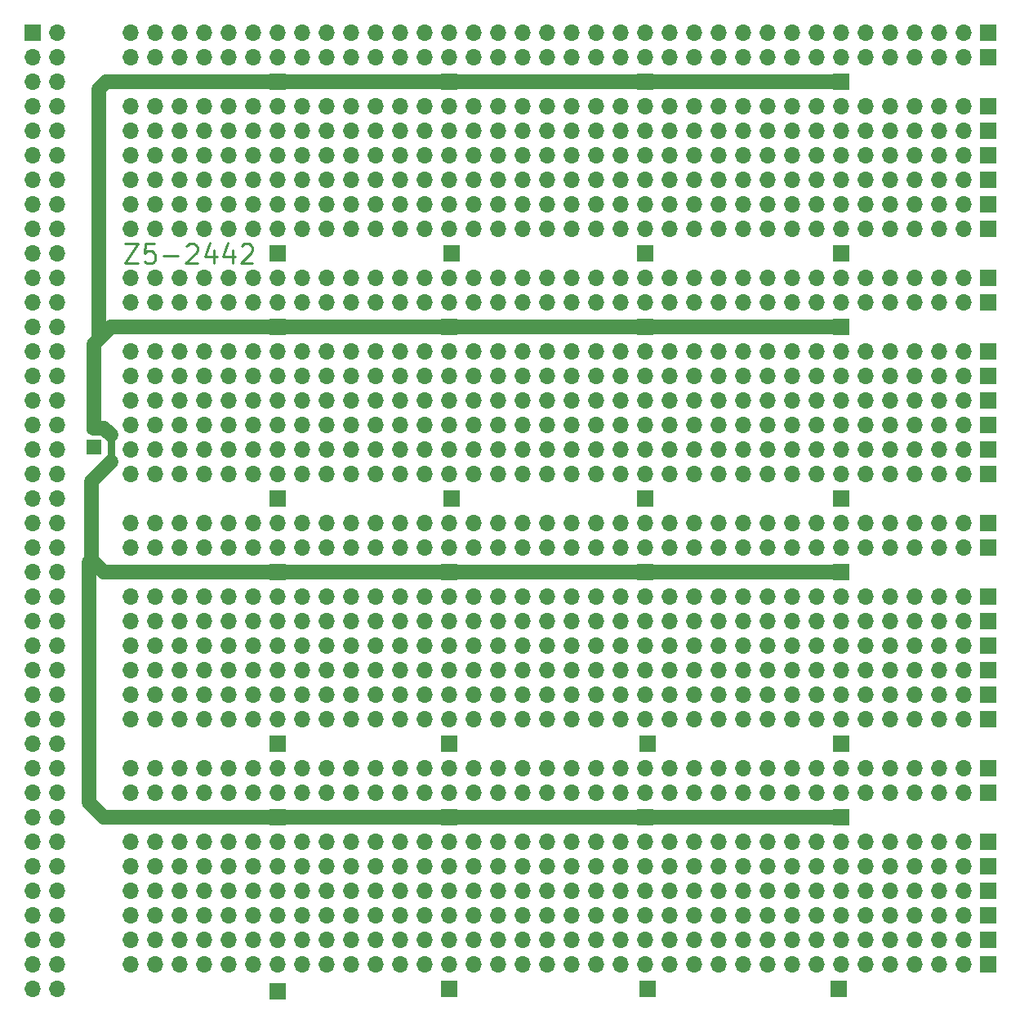
<source format=gbr>
%TF.GenerationSoftware,KiCad,Pcbnew,7.0.11+dfsg-1build4*%
%TF.CreationDate,2024-10-19T09:54:37-03:00*%
%TF.ProjectId,Z5,5a352e6b-6963-4616-945f-706362585858,rev?*%
%TF.SameCoordinates,Original*%
%TF.FileFunction,Copper,L2,Bot*%
%TF.FilePolarity,Positive*%
%FSLAX46Y46*%
G04 Gerber Fmt 4.6, Leading zero omitted, Abs format (unit mm)*
G04 Created by KiCad (PCBNEW 7.0.11+dfsg-1build4) date 2024-10-19 09:54:37*
%MOMM*%
%LPD*%
G01*
G04 APERTURE LIST*
%ADD10C,0.250000*%
%TA.AperFunction,NonConductor*%
%ADD11C,0.250000*%
%TD*%
%TA.AperFunction,ComponentPad*%
%ADD12R,1.700000X1.700000*%
%TD*%
%TA.AperFunction,ComponentPad*%
%ADD13O,1.700000X1.700000*%
%TD*%
%TA.AperFunction,ComponentPad*%
%ADD14R,1.600000X1.600000*%
%TD*%
%TA.AperFunction,ComponentPad*%
%ADD15C,1.600000*%
%TD*%
%TA.AperFunction,Conductor*%
%ADD16C,1.500000*%
%TD*%
%TA.AperFunction,Conductor*%
%ADD17C,0.800000*%
%TD*%
G04 APERTURE END LIST*
D10*
D11*
X88334187Y-75212238D02*
X89667520Y-75212238D01*
X89667520Y-75212238D02*
X88334187Y-77212238D01*
X88334187Y-77212238D02*
X89667520Y-77212238D01*
X91381806Y-75212238D02*
X90429425Y-75212238D01*
X90429425Y-75212238D02*
X90334187Y-76164619D01*
X90334187Y-76164619D02*
X90429425Y-76069380D01*
X90429425Y-76069380D02*
X90619901Y-75974142D01*
X90619901Y-75974142D02*
X91096092Y-75974142D01*
X91096092Y-75974142D02*
X91286568Y-76069380D01*
X91286568Y-76069380D02*
X91381806Y-76164619D01*
X91381806Y-76164619D02*
X91477044Y-76355095D01*
X91477044Y-76355095D02*
X91477044Y-76831285D01*
X91477044Y-76831285D02*
X91381806Y-77021761D01*
X91381806Y-77021761D02*
X91286568Y-77117000D01*
X91286568Y-77117000D02*
X91096092Y-77212238D01*
X91096092Y-77212238D02*
X90619901Y-77212238D01*
X90619901Y-77212238D02*
X90429425Y-77117000D01*
X90429425Y-77117000D02*
X90334187Y-77021761D01*
X92334187Y-76450333D02*
X93857997Y-76450333D01*
X94715139Y-75402714D02*
X94810377Y-75307476D01*
X94810377Y-75307476D02*
X95000853Y-75212238D01*
X95000853Y-75212238D02*
X95477044Y-75212238D01*
X95477044Y-75212238D02*
X95667520Y-75307476D01*
X95667520Y-75307476D02*
X95762758Y-75402714D01*
X95762758Y-75402714D02*
X95857996Y-75593190D01*
X95857996Y-75593190D02*
X95857996Y-75783666D01*
X95857996Y-75783666D02*
X95762758Y-76069380D01*
X95762758Y-76069380D02*
X94619901Y-77212238D01*
X94619901Y-77212238D02*
X95857996Y-77212238D01*
X97572282Y-75878904D02*
X97572282Y-77212238D01*
X97096091Y-75117000D02*
X96619901Y-76545571D01*
X96619901Y-76545571D02*
X97857996Y-76545571D01*
X99477044Y-75878904D02*
X99477044Y-77212238D01*
X99000853Y-75117000D02*
X98524663Y-76545571D01*
X98524663Y-76545571D02*
X99762758Y-76545571D01*
X100429425Y-75402714D02*
X100524663Y-75307476D01*
X100524663Y-75307476D02*
X100715139Y-75212238D01*
X100715139Y-75212238D02*
X101191330Y-75212238D01*
X101191330Y-75212238D02*
X101381806Y-75307476D01*
X101381806Y-75307476D02*
X101477044Y-75402714D01*
X101477044Y-75402714D02*
X101572282Y-75593190D01*
X101572282Y-75593190D02*
X101572282Y-75783666D01*
X101572282Y-75783666D02*
X101477044Y-76069380D01*
X101477044Y-76069380D02*
X100334187Y-77212238D01*
X100334187Y-77212238D02*
X101572282Y-77212238D01*
D12*
%TO.P,REF\u002A\u002A,1*%
%TO.N,N/C*%
X177800000Y-63500000D03*
D13*
%TO.P,REF\u002A\u002A,2*%
X175260000Y-63500000D03*
%TO.P,REF\u002A\u002A,3*%
X172720000Y-63500000D03*
%TO.P,REF\u002A\u002A,4*%
X170180000Y-63500000D03*
%TO.P,REF\u002A\u002A,5*%
X167640000Y-63500000D03*
%TO.P,REF\u002A\u002A,6*%
X165100000Y-63500000D03*
%TO.P,REF\u002A\u002A,7*%
X162560000Y-63500000D03*
%TO.P,REF\u002A\u002A,8*%
X160020000Y-63500000D03*
%TO.P,REF\u002A\u002A,9*%
X157480000Y-63500000D03*
%TO.P,REF\u002A\u002A,10*%
X154940000Y-63500000D03*
%TO.P,REF\u002A\u002A,11*%
X152400000Y-63500000D03*
%TO.P,REF\u002A\u002A,12*%
X149860000Y-63500000D03*
%TO.P,REF\u002A\u002A,13*%
X147320000Y-63500000D03*
%TO.P,REF\u002A\u002A,14*%
X144780000Y-63500000D03*
%TO.P,REF\u002A\u002A,15*%
X142240000Y-63500000D03*
%TO.P,REF\u002A\u002A,16*%
X139700000Y-63500000D03*
%TO.P,REF\u002A\u002A,17*%
X137160000Y-63500000D03*
%TO.P,REF\u002A\u002A,18*%
X134620000Y-63500000D03*
%TO.P,REF\u002A\u002A,19*%
X132080000Y-63500000D03*
%TO.P,REF\u002A\u002A,20*%
X129540000Y-63500000D03*
%TO.P,REF\u002A\u002A,21*%
X127000000Y-63500000D03*
%TO.P,REF\u002A\u002A,22*%
X124460000Y-63500000D03*
%TO.P,REF\u002A\u002A,23*%
X121920000Y-63500000D03*
%TO.P,REF\u002A\u002A,24*%
X119380000Y-63500000D03*
%TO.P,REF\u002A\u002A,25*%
X116840000Y-63500000D03*
%TO.P,REF\u002A\u002A,26*%
X114300000Y-63500000D03*
%TO.P,REF\u002A\u002A,27*%
X111760000Y-63500000D03*
%TO.P,REF\u002A\u002A,28*%
X109220000Y-63500000D03*
%TO.P,REF\u002A\u002A,29*%
X106680000Y-63500000D03*
%TO.P,REF\u002A\u002A,30*%
X104140000Y-63500000D03*
%TO.P,REF\u002A\u002A,31*%
X101600000Y-63500000D03*
%TO.P,REF\u002A\u002A,32*%
X99060000Y-63500000D03*
%TO.P,REF\u002A\u002A,33*%
X96520000Y-63500000D03*
%TO.P,REF\u002A\u002A,34*%
X93980000Y-63500000D03*
%TO.P,REF\u002A\u002A,35*%
X91440000Y-63500000D03*
%TO.P,REF\u002A\u002A,36*%
X88900000Y-63500000D03*
%TD*%
D12*
%TO.P,,1*%
%TO.N,N/C*%
X162560000Y-109220000D03*
%TD*%
%TO.P,REF\u002A\u002A,1*%
%TO.N,N/C*%
X177800000Y-55880000D03*
D13*
%TO.P,REF\u002A\u002A,2*%
X175260000Y-55880000D03*
%TO.P,REF\u002A\u002A,3*%
X172720000Y-55880000D03*
%TO.P,REF\u002A\u002A,4*%
X170180000Y-55880000D03*
%TO.P,REF\u002A\u002A,5*%
X167640000Y-55880000D03*
%TO.P,REF\u002A\u002A,6*%
X165100000Y-55880000D03*
%TO.P,REF\u002A\u002A,7*%
X162560000Y-55880000D03*
%TO.P,REF\u002A\u002A,8*%
X160020000Y-55880000D03*
%TO.P,REF\u002A\u002A,9*%
X157480000Y-55880000D03*
%TO.P,REF\u002A\u002A,10*%
X154940000Y-55880000D03*
%TO.P,REF\u002A\u002A,11*%
X152400000Y-55880000D03*
%TO.P,REF\u002A\u002A,12*%
X149860000Y-55880000D03*
%TO.P,REF\u002A\u002A,13*%
X147320000Y-55880000D03*
%TO.P,REF\u002A\u002A,14*%
X144780000Y-55880000D03*
%TO.P,REF\u002A\u002A,15*%
X142240000Y-55880000D03*
%TO.P,REF\u002A\u002A,16*%
X139700000Y-55880000D03*
%TO.P,REF\u002A\u002A,17*%
X137160000Y-55880000D03*
%TO.P,REF\u002A\u002A,18*%
X134620000Y-55880000D03*
%TO.P,REF\u002A\u002A,19*%
X132080000Y-55880000D03*
%TO.P,REF\u002A\u002A,20*%
X129540000Y-55880000D03*
%TO.P,REF\u002A\u002A,21*%
X127000000Y-55880000D03*
%TO.P,REF\u002A\u002A,22*%
X124460000Y-55880000D03*
%TO.P,REF\u002A\u002A,23*%
X121920000Y-55880000D03*
%TO.P,REF\u002A\u002A,24*%
X119380000Y-55880000D03*
%TO.P,REF\u002A\u002A,25*%
X116840000Y-55880000D03*
%TO.P,REF\u002A\u002A,26*%
X114300000Y-55880000D03*
%TO.P,REF\u002A\u002A,27*%
X111760000Y-55880000D03*
%TO.P,REF\u002A\u002A,28*%
X109220000Y-55880000D03*
%TO.P,REF\u002A\u002A,29*%
X106680000Y-55880000D03*
%TO.P,REF\u002A\u002A,30*%
X104140000Y-55880000D03*
%TO.P,REF\u002A\u002A,31*%
X101600000Y-55880000D03*
%TO.P,REF\u002A\u002A,32*%
X99060000Y-55880000D03*
%TO.P,REF\u002A\u002A,33*%
X96520000Y-55880000D03*
%TO.P,REF\u002A\u002A,34*%
X93980000Y-55880000D03*
%TO.P,REF\u002A\u002A,35*%
X91440000Y-55880000D03*
%TO.P,REF\u002A\u002A,36*%
X88900000Y-55880000D03*
%TD*%
D12*
%TO.P,REF\u002A\u002A,1*%
%TO.N,N/C*%
X121920000Y-58420000D03*
%TD*%
%TO.P,,1*%
%TO.N,N/C*%
X162560000Y-134620000D03*
%TD*%
%TO.P,REF\u002A\u002A,1*%
%TO.N,N/C*%
X177800000Y-68580000D03*
D13*
%TO.P,REF\u002A\u002A,2*%
X175260000Y-68580000D03*
%TO.P,REF\u002A\u002A,3*%
X172720000Y-68580000D03*
%TO.P,REF\u002A\u002A,4*%
X170180000Y-68580000D03*
%TO.P,REF\u002A\u002A,5*%
X167640000Y-68580000D03*
%TO.P,REF\u002A\u002A,6*%
X165100000Y-68580000D03*
%TO.P,REF\u002A\u002A,7*%
X162560000Y-68580000D03*
%TO.P,REF\u002A\u002A,8*%
X160020000Y-68580000D03*
%TO.P,REF\u002A\u002A,9*%
X157480000Y-68580000D03*
%TO.P,REF\u002A\u002A,10*%
X154940000Y-68580000D03*
%TO.P,REF\u002A\u002A,11*%
X152400000Y-68580000D03*
%TO.P,REF\u002A\u002A,12*%
X149860000Y-68580000D03*
%TO.P,REF\u002A\u002A,13*%
X147320000Y-68580000D03*
%TO.P,REF\u002A\u002A,14*%
X144780000Y-68580000D03*
%TO.P,REF\u002A\u002A,15*%
X142240000Y-68580000D03*
%TO.P,REF\u002A\u002A,16*%
X139700000Y-68580000D03*
%TO.P,REF\u002A\u002A,17*%
X137160000Y-68580000D03*
%TO.P,REF\u002A\u002A,18*%
X134620000Y-68580000D03*
%TO.P,REF\u002A\u002A,19*%
X132080000Y-68580000D03*
%TO.P,REF\u002A\u002A,20*%
X129540000Y-68580000D03*
%TO.P,REF\u002A\u002A,21*%
X127000000Y-68580000D03*
%TO.P,REF\u002A\u002A,22*%
X124460000Y-68580000D03*
%TO.P,REF\u002A\u002A,23*%
X121920000Y-68580000D03*
%TO.P,REF\u002A\u002A,24*%
X119380000Y-68580000D03*
%TO.P,REF\u002A\u002A,25*%
X116840000Y-68580000D03*
%TO.P,REF\u002A\u002A,26*%
X114300000Y-68580000D03*
%TO.P,REF\u002A\u002A,27*%
X111760000Y-68580000D03*
%TO.P,REF\u002A\u002A,28*%
X109220000Y-68580000D03*
%TO.P,REF\u002A\u002A,29*%
X106680000Y-68580000D03*
%TO.P,REF\u002A\u002A,30*%
X104140000Y-68580000D03*
%TO.P,REF\u002A\u002A,31*%
X101600000Y-68580000D03*
%TO.P,REF\u002A\u002A,32*%
X99060000Y-68580000D03*
%TO.P,REF\u002A\u002A,33*%
X96520000Y-68580000D03*
%TO.P,REF\u002A\u002A,34*%
X93980000Y-68580000D03*
%TO.P,REF\u002A\u002A,35*%
X91440000Y-68580000D03*
%TO.P,REF\u002A\u002A,36*%
X88900000Y-68580000D03*
%TD*%
D12*
%TO.P,REF\u002A\u002A,1*%
%TO.N,N/C*%
X177800000Y-60960000D03*
D13*
%TO.P,REF\u002A\u002A,2*%
X175260000Y-60960000D03*
%TO.P,REF\u002A\u002A,3*%
X172720000Y-60960000D03*
%TO.P,REF\u002A\u002A,4*%
X170180000Y-60960000D03*
%TO.P,REF\u002A\u002A,5*%
X167640000Y-60960000D03*
%TO.P,REF\u002A\u002A,6*%
X165100000Y-60960000D03*
%TO.P,REF\u002A\u002A,7*%
X162560000Y-60960000D03*
%TO.P,REF\u002A\u002A,8*%
X160020000Y-60960000D03*
%TO.P,REF\u002A\u002A,9*%
X157480000Y-60960000D03*
%TO.P,REF\u002A\u002A,10*%
X154940000Y-60960000D03*
%TO.P,REF\u002A\u002A,11*%
X152400000Y-60960000D03*
%TO.P,REF\u002A\u002A,12*%
X149860000Y-60960000D03*
%TO.P,REF\u002A\u002A,13*%
X147320000Y-60960000D03*
%TO.P,REF\u002A\u002A,14*%
X144780000Y-60960000D03*
%TO.P,REF\u002A\u002A,15*%
X142240000Y-60960000D03*
%TO.P,REF\u002A\u002A,16*%
X139700000Y-60960000D03*
%TO.P,REF\u002A\u002A,17*%
X137160000Y-60960000D03*
%TO.P,REF\u002A\u002A,18*%
X134620000Y-60960000D03*
%TO.P,REF\u002A\u002A,19*%
X132080000Y-60960000D03*
%TO.P,REF\u002A\u002A,20*%
X129540000Y-60960000D03*
%TO.P,REF\u002A\u002A,21*%
X127000000Y-60960000D03*
%TO.P,REF\u002A\u002A,22*%
X124460000Y-60960000D03*
%TO.P,REF\u002A\u002A,23*%
X121920000Y-60960000D03*
%TO.P,REF\u002A\u002A,24*%
X119380000Y-60960000D03*
%TO.P,REF\u002A\u002A,25*%
X116840000Y-60960000D03*
%TO.P,REF\u002A\u002A,26*%
X114300000Y-60960000D03*
%TO.P,REF\u002A\u002A,27*%
X111760000Y-60960000D03*
%TO.P,REF\u002A\u002A,28*%
X109220000Y-60960000D03*
%TO.P,REF\u002A\u002A,29*%
X106680000Y-60960000D03*
%TO.P,REF\u002A\u002A,30*%
X104140000Y-60960000D03*
%TO.P,REF\u002A\u002A,31*%
X101600000Y-60960000D03*
%TO.P,REF\u002A\u002A,32*%
X99060000Y-60960000D03*
%TO.P,REF\u002A\u002A,33*%
X96520000Y-60960000D03*
%TO.P,REF\u002A\u002A,34*%
X93980000Y-60960000D03*
%TO.P,REF\u002A\u002A,35*%
X91440000Y-60960000D03*
%TO.P,REF\u002A\u002A,36*%
X88900000Y-60960000D03*
%TD*%
D12*
%TO.P,REF\u002A\u002A,1*%
%TO.N,N/C*%
X121920000Y-127000000D03*
%TD*%
%TO.P,,1*%
%TO.N,N/C*%
X104140000Y-109220000D03*
%TD*%
%TO.P,REF\u002A\u002A,1*%
%TO.N,N/C*%
X177800000Y-132080000D03*
D13*
%TO.P,REF\u002A\u002A,2*%
X175260000Y-132080000D03*
%TO.P,REF\u002A\u002A,3*%
X172720000Y-132080000D03*
%TO.P,REF\u002A\u002A,4*%
X170180000Y-132080000D03*
%TO.P,REF\u002A\u002A,5*%
X167640000Y-132080000D03*
%TO.P,REF\u002A\u002A,6*%
X165100000Y-132080000D03*
%TO.P,REF\u002A\u002A,7*%
X162560000Y-132080000D03*
%TO.P,REF\u002A\u002A,8*%
X160020000Y-132080000D03*
%TO.P,REF\u002A\u002A,9*%
X157480000Y-132080000D03*
%TO.P,REF\u002A\u002A,10*%
X154940000Y-132080000D03*
%TO.P,REF\u002A\u002A,11*%
X152400000Y-132080000D03*
%TO.P,REF\u002A\u002A,12*%
X149860000Y-132080000D03*
%TO.P,REF\u002A\u002A,13*%
X147320000Y-132080000D03*
%TO.P,REF\u002A\u002A,14*%
X144780000Y-132080000D03*
%TO.P,REF\u002A\u002A,15*%
X142240000Y-132080000D03*
%TO.P,REF\u002A\u002A,16*%
X139700000Y-132080000D03*
%TO.P,REF\u002A\u002A,17*%
X137160000Y-132080000D03*
%TO.P,REF\u002A\u002A,18*%
X134620000Y-132080000D03*
%TO.P,REF\u002A\u002A,19*%
X132080000Y-132080000D03*
%TO.P,REF\u002A\u002A,20*%
X129540000Y-132080000D03*
%TO.P,REF\u002A\u002A,21*%
X127000000Y-132080000D03*
%TO.P,REF\u002A\u002A,22*%
X124460000Y-132080000D03*
%TO.P,REF\u002A\u002A,23*%
X121920000Y-132080000D03*
%TO.P,REF\u002A\u002A,24*%
X119380000Y-132080000D03*
%TO.P,REF\u002A\u002A,25*%
X116840000Y-132080000D03*
%TO.P,REF\u002A\u002A,26*%
X114300000Y-132080000D03*
%TO.P,REF\u002A\u002A,27*%
X111760000Y-132080000D03*
%TO.P,REF\u002A\u002A,28*%
X109220000Y-132080000D03*
%TO.P,REF\u002A\u002A,29*%
X106680000Y-132080000D03*
%TO.P,REF\u002A\u002A,30*%
X104140000Y-132080000D03*
%TO.P,REF\u002A\u002A,31*%
X101600000Y-132080000D03*
%TO.P,REF\u002A\u002A,32*%
X99060000Y-132080000D03*
%TO.P,REF\u002A\u002A,33*%
X96520000Y-132080000D03*
%TO.P,REF\u002A\u002A,34*%
X93980000Y-132080000D03*
%TO.P,REF\u002A\u002A,35*%
X91440000Y-132080000D03*
%TO.P,REF\u002A\u002A,36*%
X88900000Y-132080000D03*
%TD*%
D12*
%TO.P,REF\u002A\u002A,1*%
%TO.N,N/C*%
X122174000Y-101600000D03*
%TD*%
%TO.P,REF\u002A\u002A,1*%
%TO.N,N/C*%
X122174000Y-76200000D03*
%TD*%
%TO.P,REF\u002A\u002A,1*%
%TO.N,N/C*%
X177800000Y-119380000D03*
D13*
%TO.P,REF\u002A\u002A,2*%
X175260000Y-119380000D03*
%TO.P,REF\u002A\u002A,3*%
X172720000Y-119380000D03*
%TO.P,REF\u002A\u002A,4*%
X170180000Y-119380000D03*
%TO.P,REF\u002A\u002A,5*%
X167640000Y-119380000D03*
%TO.P,REF\u002A\u002A,6*%
X165100000Y-119380000D03*
%TO.P,REF\u002A\u002A,7*%
X162560000Y-119380000D03*
%TO.P,REF\u002A\u002A,8*%
X160020000Y-119380000D03*
%TO.P,REF\u002A\u002A,9*%
X157480000Y-119380000D03*
%TO.P,REF\u002A\u002A,10*%
X154940000Y-119380000D03*
%TO.P,REF\u002A\u002A,11*%
X152400000Y-119380000D03*
%TO.P,REF\u002A\u002A,12*%
X149860000Y-119380000D03*
%TO.P,REF\u002A\u002A,13*%
X147320000Y-119380000D03*
%TO.P,REF\u002A\u002A,14*%
X144780000Y-119380000D03*
%TO.P,REF\u002A\u002A,15*%
X142240000Y-119380000D03*
%TO.P,REF\u002A\u002A,16*%
X139700000Y-119380000D03*
%TO.P,REF\u002A\u002A,17*%
X137160000Y-119380000D03*
%TO.P,REF\u002A\u002A,18*%
X134620000Y-119380000D03*
%TO.P,REF\u002A\u002A,19*%
X132080000Y-119380000D03*
%TO.P,REF\u002A\u002A,20*%
X129540000Y-119380000D03*
%TO.P,REF\u002A\u002A,21*%
X127000000Y-119380000D03*
%TO.P,REF\u002A\u002A,22*%
X124460000Y-119380000D03*
%TO.P,REF\u002A\u002A,23*%
X121920000Y-119380000D03*
%TO.P,REF\u002A\u002A,24*%
X119380000Y-119380000D03*
%TO.P,REF\u002A\u002A,25*%
X116840000Y-119380000D03*
%TO.P,REF\u002A\u002A,26*%
X114300000Y-119380000D03*
%TO.P,REF\u002A\u002A,27*%
X111760000Y-119380000D03*
%TO.P,REF\u002A\u002A,28*%
X109220000Y-119380000D03*
%TO.P,REF\u002A\u002A,29*%
X106680000Y-119380000D03*
%TO.P,REF\u002A\u002A,30*%
X104140000Y-119380000D03*
%TO.P,REF\u002A\u002A,31*%
X101600000Y-119380000D03*
%TO.P,REF\u002A\u002A,32*%
X99060000Y-119380000D03*
%TO.P,REF\u002A\u002A,33*%
X96520000Y-119380000D03*
%TO.P,REF\u002A\u002A,34*%
X93980000Y-119380000D03*
%TO.P,REF\u002A\u002A,35*%
X91440000Y-119380000D03*
%TO.P,REF\u002A\u002A,36*%
X88900000Y-119380000D03*
%TD*%
D12*
%TO.P,REF\u002A\u002A,1*%
%TO.N,N/C*%
X177800000Y-121920000D03*
D13*
%TO.P,REF\u002A\u002A,2*%
X175260000Y-121920000D03*
%TO.P,REF\u002A\u002A,3*%
X172720000Y-121920000D03*
%TO.P,REF\u002A\u002A,4*%
X170180000Y-121920000D03*
%TO.P,REF\u002A\u002A,5*%
X167640000Y-121920000D03*
%TO.P,REF\u002A\u002A,6*%
X165100000Y-121920000D03*
%TO.P,REF\u002A\u002A,7*%
X162560000Y-121920000D03*
%TO.P,REF\u002A\u002A,8*%
X160020000Y-121920000D03*
%TO.P,REF\u002A\u002A,9*%
X157480000Y-121920000D03*
%TO.P,REF\u002A\u002A,10*%
X154940000Y-121920000D03*
%TO.P,REF\u002A\u002A,11*%
X152400000Y-121920000D03*
%TO.P,REF\u002A\u002A,12*%
X149860000Y-121920000D03*
%TO.P,REF\u002A\u002A,13*%
X147320000Y-121920000D03*
%TO.P,REF\u002A\u002A,14*%
X144780000Y-121920000D03*
%TO.P,REF\u002A\u002A,15*%
X142240000Y-121920000D03*
%TO.P,REF\u002A\u002A,16*%
X139700000Y-121920000D03*
%TO.P,REF\u002A\u002A,17*%
X137160000Y-121920000D03*
%TO.P,REF\u002A\u002A,18*%
X134620000Y-121920000D03*
%TO.P,REF\u002A\u002A,19*%
X132080000Y-121920000D03*
%TO.P,REF\u002A\u002A,20*%
X129540000Y-121920000D03*
%TO.P,REF\u002A\u002A,21*%
X127000000Y-121920000D03*
%TO.P,REF\u002A\u002A,22*%
X124460000Y-121920000D03*
%TO.P,REF\u002A\u002A,23*%
X121920000Y-121920000D03*
%TO.P,REF\u002A\u002A,24*%
X119380000Y-121920000D03*
%TO.P,REF\u002A\u002A,25*%
X116840000Y-121920000D03*
%TO.P,REF\u002A\u002A,26*%
X114300000Y-121920000D03*
%TO.P,REF\u002A\u002A,27*%
X111760000Y-121920000D03*
%TO.P,REF\u002A\u002A,28*%
X109220000Y-121920000D03*
%TO.P,REF\u002A\u002A,29*%
X106680000Y-121920000D03*
%TO.P,REF\u002A\u002A,30*%
X104140000Y-121920000D03*
%TO.P,REF\u002A\u002A,31*%
X101600000Y-121920000D03*
%TO.P,REF\u002A\u002A,32*%
X99060000Y-121920000D03*
%TO.P,REF\u002A\u002A,33*%
X96520000Y-121920000D03*
%TO.P,REF\u002A\u002A,34*%
X93980000Y-121920000D03*
%TO.P,REF\u002A\u002A,35*%
X91440000Y-121920000D03*
%TO.P,REF\u002A\u002A,36*%
X88900000Y-121920000D03*
%TD*%
D12*
%TO.P,REF\u002A\u002A,1*%
%TO.N,N/C*%
X177800000Y-139700000D03*
D13*
%TO.P,REF\u002A\u002A,2*%
X175260000Y-139700000D03*
%TO.P,REF\u002A\u002A,3*%
X172720000Y-139700000D03*
%TO.P,REF\u002A\u002A,4*%
X170180000Y-139700000D03*
%TO.P,REF\u002A\u002A,5*%
X167640000Y-139700000D03*
%TO.P,REF\u002A\u002A,6*%
X165100000Y-139700000D03*
%TO.P,REF\u002A\u002A,7*%
X162560000Y-139700000D03*
%TO.P,REF\u002A\u002A,8*%
X160020000Y-139700000D03*
%TO.P,REF\u002A\u002A,9*%
X157480000Y-139700000D03*
%TO.P,REF\u002A\u002A,10*%
X154940000Y-139700000D03*
%TO.P,REF\u002A\u002A,11*%
X152400000Y-139700000D03*
%TO.P,REF\u002A\u002A,12*%
X149860000Y-139700000D03*
%TO.P,REF\u002A\u002A,13*%
X147320000Y-139700000D03*
%TO.P,REF\u002A\u002A,14*%
X144780000Y-139700000D03*
%TO.P,REF\u002A\u002A,15*%
X142240000Y-139700000D03*
%TO.P,REF\u002A\u002A,16*%
X139700000Y-139700000D03*
%TO.P,REF\u002A\u002A,17*%
X137160000Y-139700000D03*
%TO.P,REF\u002A\u002A,18*%
X134620000Y-139700000D03*
%TO.P,REF\u002A\u002A,19*%
X132080000Y-139700000D03*
%TO.P,REF\u002A\u002A,20*%
X129540000Y-139700000D03*
%TO.P,REF\u002A\u002A,21*%
X127000000Y-139700000D03*
%TO.P,REF\u002A\u002A,22*%
X124460000Y-139700000D03*
%TO.P,REF\u002A\u002A,23*%
X121920000Y-139700000D03*
%TO.P,REF\u002A\u002A,24*%
X119380000Y-139700000D03*
%TO.P,REF\u002A\u002A,25*%
X116840000Y-139700000D03*
%TO.P,REF\u002A\u002A,26*%
X114300000Y-139700000D03*
%TO.P,REF\u002A\u002A,27*%
X111760000Y-139700000D03*
%TO.P,REF\u002A\u002A,28*%
X109220000Y-139700000D03*
%TO.P,REF\u002A\u002A,29*%
X106680000Y-139700000D03*
%TO.P,REF\u002A\u002A,30*%
X104140000Y-139700000D03*
%TO.P,REF\u002A\u002A,31*%
X101600000Y-139700000D03*
%TO.P,REF\u002A\u002A,32*%
X99060000Y-139700000D03*
%TO.P,REF\u002A\u002A,33*%
X96520000Y-139700000D03*
%TO.P,REF\u002A\u002A,34*%
X93980000Y-139700000D03*
%TO.P,REF\u002A\u002A,35*%
X91440000Y-139700000D03*
%TO.P,REF\u002A\u002A,36*%
X88900000Y-139700000D03*
%TD*%
D12*
%TO.P,REF\u002A\u002A,1*%
%TO.N,N/C*%
X104140000Y-152654000D03*
%TD*%
%TO.P,REF\u002A\u002A,1*%
%TO.N,N/C*%
X177800000Y-142240000D03*
D13*
%TO.P,REF\u002A\u002A,2*%
X175260000Y-142240000D03*
%TO.P,REF\u002A\u002A,3*%
X172720000Y-142240000D03*
%TO.P,REF\u002A\u002A,4*%
X170180000Y-142240000D03*
%TO.P,REF\u002A\u002A,5*%
X167640000Y-142240000D03*
%TO.P,REF\u002A\u002A,6*%
X165100000Y-142240000D03*
%TO.P,REF\u002A\u002A,7*%
X162560000Y-142240000D03*
%TO.P,REF\u002A\u002A,8*%
X160020000Y-142240000D03*
%TO.P,REF\u002A\u002A,9*%
X157480000Y-142240000D03*
%TO.P,REF\u002A\u002A,10*%
X154940000Y-142240000D03*
%TO.P,REF\u002A\u002A,11*%
X152400000Y-142240000D03*
%TO.P,REF\u002A\u002A,12*%
X149860000Y-142240000D03*
%TO.P,REF\u002A\u002A,13*%
X147320000Y-142240000D03*
%TO.P,REF\u002A\u002A,14*%
X144780000Y-142240000D03*
%TO.P,REF\u002A\u002A,15*%
X142240000Y-142240000D03*
%TO.P,REF\u002A\u002A,16*%
X139700000Y-142240000D03*
%TO.P,REF\u002A\u002A,17*%
X137160000Y-142240000D03*
%TO.P,REF\u002A\u002A,18*%
X134620000Y-142240000D03*
%TO.P,REF\u002A\u002A,19*%
X132080000Y-142240000D03*
%TO.P,REF\u002A\u002A,20*%
X129540000Y-142240000D03*
%TO.P,REF\u002A\u002A,21*%
X127000000Y-142240000D03*
%TO.P,REF\u002A\u002A,22*%
X124460000Y-142240000D03*
%TO.P,REF\u002A\u002A,23*%
X121920000Y-142240000D03*
%TO.P,REF\u002A\u002A,24*%
X119380000Y-142240000D03*
%TO.P,REF\u002A\u002A,25*%
X116840000Y-142240000D03*
%TO.P,REF\u002A\u002A,26*%
X114300000Y-142240000D03*
%TO.P,REF\u002A\u002A,27*%
X111760000Y-142240000D03*
%TO.P,REF\u002A\u002A,28*%
X109220000Y-142240000D03*
%TO.P,REF\u002A\u002A,29*%
X106680000Y-142240000D03*
%TO.P,REF\u002A\u002A,30*%
X104140000Y-142240000D03*
%TO.P,REF\u002A\u002A,31*%
X101600000Y-142240000D03*
%TO.P,REF\u002A\u002A,32*%
X99060000Y-142240000D03*
%TO.P,REF\u002A\u002A,33*%
X96520000Y-142240000D03*
%TO.P,REF\u002A\u002A,34*%
X93980000Y-142240000D03*
%TO.P,REF\u002A\u002A,35*%
X91440000Y-142240000D03*
%TO.P,REF\u002A\u002A,36*%
X88900000Y-142240000D03*
%TD*%
D12*
%TO.P,,1*%
%TO.N,N/C*%
X142240000Y-109220000D03*
%TD*%
%TO.P,REF\u002A\u002A,1*%
%TO.N,N/C*%
X177800000Y-111760000D03*
D13*
%TO.P,REF\u002A\u002A,2*%
X175260000Y-111760000D03*
%TO.P,REF\u002A\u002A,3*%
X172720000Y-111760000D03*
%TO.P,REF\u002A\u002A,4*%
X170180000Y-111760000D03*
%TO.P,REF\u002A\u002A,5*%
X167640000Y-111760000D03*
%TO.P,REF\u002A\u002A,6*%
X165100000Y-111760000D03*
%TO.P,REF\u002A\u002A,7*%
X162560000Y-111760000D03*
%TO.P,REF\u002A\u002A,8*%
X160020000Y-111760000D03*
%TO.P,REF\u002A\u002A,9*%
X157480000Y-111760000D03*
%TO.P,REF\u002A\u002A,10*%
X154940000Y-111760000D03*
%TO.P,REF\u002A\u002A,11*%
X152400000Y-111760000D03*
%TO.P,REF\u002A\u002A,12*%
X149860000Y-111760000D03*
%TO.P,REF\u002A\u002A,13*%
X147320000Y-111760000D03*
%TO.P,REF\u002A\u002A,14*%
X144780000Y-111760000D03*
%TO.P,REF\u002A\u002A,15*%
X142240000Y-111760000D03*
%TO.P,REF\u002A\u002A,16*%
X139700000Y-111760000D03*
%TO.P,REF\u002A\u002A,17*%
X137160000Y-111760000D03*
%TO.P,REF\u002A\u002A,18*%
X134620000Y-111760000D03*
%TO.P,REF\u002A\u002A,19*%
X132080000Y-111760000D03*
%TO.P,REF\u002A\u002A,20*%
X129540000Y-111760000D03*
%TO.P,REF\u002A\u002A,21*%
X127000000Y-111760000D03*
%TO.P,REF\u002A\u002A,22*%
X124460000Y-111760000D03*
%TO.P,REF\u002A\u002A,23*%
X121920000Y-111760000D03*
%TO.P,REF\u002A\u002A,24*%
X119380000Y-111760000D03*
%TO.P,REF\u002A\u002A,25*%
X116840000Y-111760000D03*
%TO.P,REF\u002A\u002A,26*%
X114300000Y-111760000D03*
%TO.P,REF\u002A\u002A,27*%
X111760000Y-111760000D03*
%TO.P,REF\u002A\u002A,28*%
X109220000Y-111760000D03*
%TO.P,REF\u002A\u002A,29*%
X106680000Y-111760000D03*
%TO.P,REF\u002A\u002A,30*%
X104140000Y-111760000D03*
%TO.P,REF\u002A\u002A,31*%
X101600000Y-111760000D03*
%TO.P,REF\u002A\u002A,32*%
X99060000Y-111760000D03*
%TO.P,REF\u002A\u002A,33*%
X96520000Y-111760000D03*
%TO.P,REF\u002A\u002A,34*%
X93980000Y-111760000D03*
%TO.P,REF\u002A\u002A,35*%
X91440000Y-111760000D03*
%TO.P,REF\u002A\u002A,36*%
X88900000Y-111760000D03*
%TD*%
D12*
%TO.P,REF\u002A\u002A,1*%
%TO.N,N/C*%
X177800000Y-96520000D03*
D13*
%TO.P,REF\u002A\u002A,2*%
X175260000Y-96520000D03*
%TO.P,REF\u002A\u002A,3*%
X172720000Y-96520000D03*
%TO.P,REF\u002A\u002A,4*%
X170180000Y-96520000D03*
%TO.P,REF\u002A\u002A,5*%
X167640000Y-96520000D03*
%TO.P,REF\u002A\u002A,6*%
X165100000Y-96520000D03*
%TO.P,REF\u002A\u002A,7*%
X162560000Y-96520000D03*
%TO.P,REF\u002A\u002A,8*%
X160020000Y-96520000D03*
%TO.P,REF\u002A\u002A,9*%
X157480000Y-96520000D03*
%TO.P,REF\u002A\u002A,10*%
X154940000Y-96520000D03*
%TO.P,REF\u002A\u002A,11*%
X152400000Y-96520000D03*
%TO.P,REF\u002A\u002A,12*%
X149860000Y-96520000D03*
%TO.P,REF\u002A\u002A,13*%
X147320000Y-96520000D03*
%TO.P,REF\u002A\u002A,14*%
X144780000Y-96520000D03*
%TO.P,REF\u002A\u002A,15*%
X142240000Y-96520000D03*
%TO.P,REF\u002A\u002A,16*%
X139700000Y-96520000D03*
%TO.P,REF\u002A\u002A,17*%
X137160000Y-96520000D03*
%TO.P,REF\u002A\u002A,18*%
X134620000Y-96520000D03*
%TO.P,REF\u002A\u002A,19*%
X132080000Y-96520000D03*
%TO.P,REF\u002A\u002A,20*%
X129540000Y-96520000D03*
%TO.P,REF\u002A\u002A,21*%
X127000000Y-96520000D03*
%TO.P,REF\u002A\u002A,22*%
X124460000Y-96520000D03*
%TO.P,REF\u002A\u002A,23*%
X121920000Y-96520000D03*
%TO.P,REF\u002A\u002A,24*%
X119380000Y-96520000D03*
%TO.P,REF\u002A\u002A,25*%
X116840000Y-96520000D03*
%TO.P,REF\u002A\u002A,26*%
X114300000Y-96520000D03*
%TO.P,REF\u002A\u002A,27*%
X111760000Y-96520000D03*
%TO.P,REF\u002A\u002A,28*%
X109220000Y-96520000D03*
%TO.P,REF\u002A\u002A,29*%
X106680000Y-96520000D03*
%TO.P,REF\u002A\u002A,30*%
X104140000Y-96520000D03*
%TO.P,REF\u002A\u002A,31*%
X101600000Y-96520000D03*
%TO.P,REF\u002A\u002A,32*%
X99060000Y-96520000D03*
%TO.P,REF\u002A\u002A,33*%
X96520000Y-96520000D03*
%TO.P,REF\u002A\u002A,34*%
X93980000Y-96520000D03*
%TO.P,REF\u002A\u002A,35*%
X91440000Y-96520000D03*
%TO.P,REF\u002A\u002A,36*%
X88900000Y-96520000D03*
%TD*%
D12*
%TO.P,REF\u002A\u002A,1*%
%TO.N,N/C*%
X177800000Y-116840000D03*
D13*
%TO.P,REF\u002A\u002A,2*%
X175260000Y-116840000D03*
%TO.P,REF\u002A\u002A,3*%
X172720000Y-116840000D03*
%TO.P,REF\u002A\u002A,4*%
X170180000Y-116840000D03*
%TO.P,REF\u002A\u002A,5*%
X167640000Y-116840000D03*
%TO.P,REF\u002A\u002A,6*%
X165100000Y-116840000D03*
%TO.P,REF\u002A\u002A,7*%
X162560000Y-116840000D03*
%TO.P,REF\u002A\u002A,8*%
X160020000Y-116840000D03*
%TO.P,REF\u002A\u002A,9*%
X157480000Y-116840000D03*
%TO.P,REF\u002A\u002A,10*%
X154940000Y-116840000D03*
%TO.P,REF\u002A\u002A,11*%
X152400000Y-116840000D03*
%TO.P,REF\u002A\u002A,12*%
X149860000Y-116840000D03*
%TO.P,REF\u002A\u002A,13*%
X147320000Y-116840000D03*
%TO.P,REF\u002A\u002A,14*%
X144780000Y-116840000D03*
%TO.P,REF\u002A\u002A,15*%
X142240000Y-116840000D03*
%TO.P,REF\u002A\u002A,16*%
X139700000Y-116840000D03*
%TO.P,REF\u002A\u002A,17*%
X137160000Y-116840000D03*
%TO.P,REF\u002A\u002A,18*%
X134620000Y-116840000D03*
%TO.P,REF\u002A\u002A,19*%
X132080000Y-116840000D03*
%TO.P,REF\u002A\u002A,20*%
X129540000Y-116840000D03*
%TO.P,REF\u002A\u002A,21*%
X127000000Y-116840000D03*
%TO.P,REF\u002A\u002A,22*%
X124460000Y-116840000D03*
%TO.P,REF\u002A\u002A,23*%
X121920000Y-116840000D03*
%TO.P,REF\u002A\u002A,24*%
X119380000Y-116840000D03*
%TO.P,REF\u002A\u002A,25*%
X116840000Y-116840000D03*
%TO.P,REF\u002A\u002A,26*%
X114300000Y-116840000D03*
%TO.P,REF\u002A\u002A,27*%
X111760000Y-116840000D03*
%TO.P,REF\u002A\u002A,28*%
X109220000Y-116840000D03*
%TO.P,REF\u002A\u002A,29*%
X106680000Y-116840000D03*
%TO.P,REF\u002A\u002A,30*%
X104140000Y-116840000D03*
%TO.P,REF\u002A\u002A,31*%
X101600000Y-116840000D03*
%TO.P,REF\u002A\u002A,32*%
X99060000Y-116840000D03*
%TO.P,REF\u002A\u002A,33*%
X96520000Y-116840000D03*
%TO.P,REF\u002A\u002A,34*%
X93980000Y-116840000D03*
%TO.P,REF\u002A\u002A,35*%
X91440000Y-116840000D03*
%TO.P,REF\u002A\u002A,36*%
X88900000Y-116840000D03*
%TD*%
D12*
%TO.P,REF\u002A\u002A,1*%
%TO.N,N/C*%
X177800000Y-53340000D03*
D13*
%TO.P,REF\u002A\u002A,2*%
X175260000Y-53340000D03*
%TO.P,REF\u002A\u002A,3*%
X172720000Y-53340000D03*
%TO.P,REF\u002A\u002A,4*%
X170180000Y-53340000D03*
%TO.P,REF\u002A\u002A,5*%
X167640000Y-53340000D03*
%TO.P,REF\u002A\u002A,6*%
X165100000Y-53340000D03*
%TO.P,REF\u002A\u002A,7*%
X162560000Y-53340000D03*
%TO.P,REF\u002A\u002A,8*%
X160020000Y-53340000D03*
%TO.P,REF\u002A\u002A,9*%
X157480000Y-53340000D03*
%TO.P,REF\u002A\u002A,10*%
X154940000Y-53340000D03*
%TO.P,REF\u002A\u002A,11*%
X152400000Y-53340000D03*
%TO.P,REF\u002A\u002A,12*%
X149860000Y-53340000D03*
%TO.P,REF\u002A\u002A,13*%
X147320000Y-53340000D03*
%TO.P,REF\u002A\u002A,14*%
X144780000Y-53340000D03*
%TO.P,REF\u002A\u002A,15*%
X142240000Y-53340000D03*
%TO.P,REF\u002A\u002A,16*%
X139700000Y-53340000D03*
%TO.P,REF\u002A\u002A,17*%
X137160000Y-53340000D03*
%TO.P,REF\u002A\u002A,18*%
X134620000Y-53340000D03*
%TO.P,REF\u002A\u002A,19*%
X132080000Y-53340000D03*
%TO.P,REF\u002A\u002A,20*%
X129540000Y-53340000D03*
%TO.P,REF\u002A\u002A,21*%
X127000000Y-53340000D03*
%TO.P,REF\u002A\u002A,22*%
X124460000Y-53340000D03*
%TO.P,REF\u002A\u002A,23*%
X121920000Y-53340000D03*
%TO.P,REF\u002A\u002A,24*%
X119380000Y-53340000D03*
%TO.P,REF\u002A\u002A,25*%
X116840000Y-53340000D03*
%TO.P,REF\u002A\u002A,26*%
X114300000Y-53340000D03*
%TO.P,REF\u002A\u002A,27*%
X111760000Y-53340000D03*
%TO.P,REF\u002A\u002A,28*%
X109220000Y-53340000D03*
%TO.P,REF\u002A\u002A,29*%
X106680000Y-53340000D03*
%TO.P,REF\u002A\u002A,30*%
X104140000Y-53340000D03*
%TO.P,REF\u002A\u002A,31*%
X101600000Y-53340000D03*
%TO.P,REF\u002A\u002A,32*%
X99060000Y-53340000D03*
%TO.P,REF\u002A\u002A,33*%
X96520000Y-53340000D03*
%TO.P,REF\u002A\u002A,34*%
X93980000Y-53340000D03*
%TO.P,REF\u002A\u002A,35*%
X91440000Y-53340000D03*
%TO.P,REF\u002A\u002A,36*%
X88900000Y-53340000D03*
%TD*%
D12*
%TO.P,REF\u002A\u002A,1*%
%TO.N,N/C*%
X142494000Y-127000000D03*
%TD*%
%TO.P,REF\u002A\u002A,1*%
%TO.N,N/C*%
X177800000Y-114300000D03*
D13*
%TO.P,REF\u002A\u002A,2*%
X175260000Y-114300000D03*
%TO.P,REF\u002A\u002A,3*%
X172720000Y-114300000D03*
%TO.P,REF\u002A\u002A,4*%
X170180000Y-114300000D03*
%TO.P,REF\u002A\u002A,5*%
X167640000Y-114300000D03*
%TO.P,REF\u002A\u002A,6*%
X165100000Y-114300000D03*
%TO.P,REF\u002A\u002A,7*%
X162560000Y-114300000D03*
%TO.P,REF\u002A\u002A,8*%
X160020000Y-114300000D03*
%TO.P,REF\u002A\u002A,9*%
X157480000Y-114300000D03*
%TO.P,REF\u002A\u002A,10*%
X154940000Y-114300000D03*
%TO.P,REF\u002A\u002A,11*%
X152400000Y-114300000D03*
%TO.P,REF\u002A\u002A,12*%
X149860000Y-114300000D03*
%TO.P,REF\u002A\u002A,13*%
X147320000Y-114300000D03*
%TO.P,REF\u002A\u002A,14*%
X144780000Y-114300000D03*
%TO.P,REF\u002A\u002A,15*%
X142240000Y-114300000D03*
%TO.P,REF\u002A\u002A,16*%
X139700000Y-114300000D03*
%TO.P,REF\u002A\u002A,17*%
X137160000Y-114300000D03*
%TO.P,REF\u002A\u002A,18*%
X134620000Y-114300000D03*
%TO.P,REF\u002A\u002A,19*%
X132080000Y-114300000D03*
%TO.P,REF\u002A\u002A,20*%
X129540000Y-114300000D03*
%TO.P,REF\u002A\u002A,21*%
X127000000Y-114300000D03*
%TO.P,REF\u002A\u002A,22*%
X124460000Y-114300000D03*
%TO.P,REF\u002A\u002A,23*%
X121920000Y-114300000D03*
%TO.P,REF\u002A\u002A,24*%
X119380000Y-114300000D03*
%TO.P,REF\u002A\u002A,25*%
X116840000Y-114300000D03*
%TO.P,REF\u002A\u002A,26*%
X114300000Y-114300000D03*
%TO.P,REF\u002A\u002A,27*%
X111760000Y-114300000D03*
%TO.P,REF\u002A\u002A,28*%
X109220000Y-114300000D03*
%TO.P,REF\u002A\u002A,29*%
X106680000Y-114300000D03*
%TO.P,REF\u002A\u002A,30*%
X104140000Y-114300000D03*
%TO.P,REF\u002A\u002A,31*%
X101600000Y-114300000D03*
%TO.P,REF\u002A\u002A,32*%
X99060000Y-114300000D03*
%TO.P,REF\u002A\u002A,33*%
X96520000Y-114300000D03*
%TO.P,REF\u002A\u002A,34*%
X93980000Y-114300000D03*
%TO.P,REF\u002A\u002A,35*%
X91440000Y-114300000D03*
%TO.P,REF\u002A\u002A,36*%
X88900000Y-114300000D03*
%TD*%
D12*
%TO.P,REF\u002A\u002A,1*%
%TO.N,N/C*%
X162560000Y-101600000D03*
%TD*%
D14*
%TO.P,REF\u002A\u002A,1*%
%TO.N,N/C*%
X85090000Y-96266000D03*
D15*
%TO.P,REF\u002A\u002A,2*%
X85090000Y-94266000D03*
%TD*%
D12*
%TO.P,REF\u002A\u002A,1*%
%TO.N,N/C*%
X177800000Y-147320000D03*
D13*
%TO.P,REF\u002A\u002A,2*%
X175260000Y-147320000D03*
%TO.P,REF\u002A\u002A,3*%
X172720000Y-147320000D03*
%TO.P,REF\u002A\u002A,4*%
X170180000Y-147320000D03*
%TO.P,REF\u002A\u002A,5*%
X167640000Y-147320000D03*
%TO.P,REF\u002A\u002A,6*%
X165100000Y-147320000D03*
%TO.P,REF\u002A\u002A,7*%
X162560000Y-147320000D03*
%TO.P,REF\u002A\u002A,8*%
X160020000Y-147320000D03*
%TO.P,REF\u002A\u002A,9*%
X157480000Y-147320000D03*
%TO.P,REF\u002A\u002A,10*%
X154940000Y-147320000D03*
%TO.P,REF\u002A\u002A,11*%
X152400000Y-147320000D03*
%TO.P,REF\u002A\u002A,12*%
X149860000Y-147320000D03*
%TO.P,REF\u002A\u002A,13*%
X147320000Y-147320000D03*
%TO.P,REF\u002A\u002A,14*%
X144780000Y-147320000D03*
%TO.P,REF\u002A\u002A,15*%
X142240000Y-147320000D03*
%TO.P,REF\u002A\u002A,16*%
X139700000Y-147320000D03*
%TO.P,REF\u002A\u002A,17*%
X137160000Y-147320000D03*
%TO.P,REF\u002A\u002A,18*%
X134620000Y-147320000D03*
%TO.P,REF\u002A\u002A,19*%
X132080000Y-147320000D03*
%TO.P,REF\u002A\u002A,20*%
X129540000Y-147320000D03*
%TO.P,REF\u002A\u002A,21*%
X127000000Y-147320000D03*
%TO.P,REF\u002A\u002A,22*%
X124460000Y-147320000D03*
%TO.P,REF\u002A\u002A,23*%
X121920000Y-147320000D03*
%TO.P,REF\u002A\u002A,24*%
X119380000Y-147320000D03*
%TO.P,REF\u002A\u002A,25*%
X116840000Y-147320000D03*
%TO.P,REF\u002A\u002A,26*%
X114300000Y-147320000D03*
%TO.P,REF\u002A\u002A,27*%
X111760000Y-147320000D03*
%TO.P,REF\u002A\u002A,28*%
X109220000Y-147320000D03*
%TO.P,REF\u002A\u002A,29*%
X106680000Y-147320000D03*
%TO.P,REF\u002A\u002A,30*%
X104140000Y-147320000D03*
%TO.P,REF\u002A\u002A,31*%
X101600000Y-147320000D03*
%TO.P,REF\u002A\u002A,32*%
X99060000Y-147320000D03*
%TO.P,REF\u002A\u002A,33*%
X96520000Y-147320000D03*
%TO.P,REF\u002A\u002A,34*%
X93980000Y-147320000D03*
%TO.P,REF\u002A\u002A,35*%
X91440000Y-147320000D03*
%TO.P,REF\u002A\u002A,36*%
X88900000Y-147320000D03*
%TD*%
D12*
%TO.P,,1*%
%TO.N,N/C*%
X104140000Y-134620000D03*
%TD*%
%TO.P,REF\u002A\u002A,1*%
%TO.N,N/C*%
X177800000Y-78740000D03*
D13*
%TO.P,REF\u002A\u002A,2*%
X175260000Y-78740000D03*
%TO.P,REF\u002A\u002A,3*%
X172720000Y-78740000D03*
%TO.P,REF\u002A\u002A,4*%
X170180000Y-78740000D03*
%TO.P,REF\u002A\u002A,5*%
X167640000Y-78740000D03*
%TO.P,REF\u002A\u002A,6*%
X165100000Y-78740000D03*
%TO.P,REF\u002A\u002A,7*%
X162560000Y-78740000D03*
%TO.P,REF\u002A\u002A,8*%
X160020000Y-78740000D03*
%TO.P,REF\u002A\u002A,9*%
X157480000Y-78740000D03*
%TO.P,REF\u002A\u002A,10*%
X154940000Y-78740000D03*
%TO.P,REF\u002A\u002A,11*%
X152400000Y-78740000D03*
%TO.P,REF\u002A\u002A,12*%
X149860000Y-78740000D03*
%TO.P,REF\u002A\u002A,13*%
X147320000Y-78740000D03*
%TO.P,REF\u002A\u002A,14*%
X144780000Y-78740000D03*
%TO.P,REF\u002A\u002A,15*%
X142240000Y-78740000D03*
%TO.P,REF\u002A\u002A,16*%
X139700000Y-78740000D03*
%TO.P,REF\u002A\u002A,17*%
X137160000Y-78740000D03*
%TO.P,REF\u002A\u002A,18*%
X134620000Y-78740000D03*
%TO.P,REF\u002A\u002A,19*%
X132080000Y-78740000D03*
%TO.P,REF\u002A\u002A,20*%
X129540000Y-78740000D03*
%TO.P,REF\u002A\u002A,21*%
X127000000Y-78740000D03*
%TO.P,REF\u002A\u002A,22*%
X124460000Y-78740000D03*
%TO.P,REF\u002A\u002A,23*%
X121920000Y-78740000D03*
%TO.P,REF\u002A\u002A,24*%
X119380000Y-78740000D03*
%TO.P,REF\u002A\u002A,25*%
X116840000Y-78740000D03*
%TO.P,REF\u002A\u002A,26*%
X114300000Y-78740000D03*
%TO.P,REF\u002A\u002A,27*%
X111760000Y-78740000D03*
%TO.P,REF\u002A\u002A,28*%
X109220000Y-78740000D03*
%TO.P,REF\u002A\u002A,29*%
X106680000Y-78740000D03*
%TO.P,REF\u002A\u002A,30*%
X104140000Y-78740000D03*
%TO.P,REF\u002A\u002A,31*%
X101600000Y-78740000D03*
%TO.P,REF\u002A\u002A,32*%
X99060000Y-78740000D03*
%TO.P,REF\u002A\u002A,33*%
X96520000Y-78740000D03*
%TO.P,REF\u002A\u002A,34*%
X93980000Y-78740000D03*
%TO.P,REF\u002A\u002A,35*%
X91440000Y-78740000D03*
%TO.P,REF\u002A\u002A,36*%
X88900000Y-78740000D03*
%TD*%
D12*
%TO.P,REF\u002A\u002A,1*%
%TO.N,N/C*%
X162560000Y-76200000D03*
%TD*%
%TO.P,,1*%
%TO.N,N/C*%
X121920000Y-83820000D03*
%TD*%
%TO.P,REF\u002A\u002A,1*%
%TO.N,N/C*%
X142494000Y-152400000D03*
%TD*%
%TO.P,REF\u002A\u002A,1*%
%TO.N,N/C*%
X121920000Y-152400000D03*
%TD*%
%TO.P,REF\u002A\u002A,1*%
%TO.N,N/C*%
X177800000Y-149860000D03*
D13*
%TO.P,REF\u002A\u002A,2*%
X175260000Y-149860000D03*
%TO.P,REF\u002A\u002A,3*%
X172720000Y-149860000D03*
%TO.P,REF\u002A\u002A,4*%
X170180000Y-149860000D03*
%TO.P,REF\u002A\u002A,5*%
X167640000Y-149860000D03*
%TO.P,REF\u002A\u002A,6*%
X165100000Y-149860000D03*
%TO.P,REF\u002A\u002A,7*%
X162560000Y-149860000D03*
%TO.P,REF\u002A\u002A,8*%
X160020000Y-149860000D03*
%TO.P,REF\u002A\u002A,9*%
X157480000Y-149860000D03*
%TO.P,REF\u002A\u002A,10*%
X154940000Y-149860000D03*
%TO.P,REF\u002A\u002A,11*%
X152400000Y-149860000D03*
%TO.P,REF\u002A\u002A,12*%
X149860000Y-149860000D03*
%TO.P,REF\u002A\u002A,13*%
X147320000Y-149860000D03*
%TO.P,REF\u002A\u002A,14*%
X144780000Y-149860000D03*
%TO.P,REF\u002A\u002A,15*%
X142240000Y-149860000D03*
%TO.P,REF\u002A\u002A,16*%
X139700000Y-149860000D03*
%TO.P,REF\u002A\u002A,17*%
X137160000Y-149860000D03*
%TO.P,REF\u002A\u002A,18*%
X134620000Y-149860000D03*
%TO.P,REF\u002A\u002A,19*%
X132080000Y-149860000D03*
%TO.P,REF\u002A\u002A,20*%
X129540000Y-149860000D03*
%TO.P,REF\u002A\u002A,21*%
X127000000Y-149860000D03*
%TO.P,REF\u002A\u002A,22*%
X124460000Y-149860000D03*
%TO.P,REF\u002A\u002A,23*%
X121920000Y-149860000D03*
%TO.P,REF\u002A\u002A,24*%
X119380000Y-149860000D03*
%TO.P,REF\u002A\u002A,25*%
X116840000Y-149860000D03*
%TO.P,REF\u002A\u002A,26*%
X114300000Y-149860000D03*
%TO.P,REF\u002A\u002A,27*%
X111760000Y-149860000D03*
%TO.P,REF\u002A\u002A,28*%
X109220000Y-149860000D03*
%TO.P,REF\u002A\u002A,29*%
X106680000Y-149860000D03*
%TO.P,REF\u002A\u002A,30*%
X104140000Y-149860000D03*
%TO.P,REF\u002A\u002A,31*%
X101600000Y-149860000D03*
%TO.P,REF\u002A\u002A,32*%
X99060000Y-149860000D03*
%TO.P,REF\u002A\u002A,33*%
X96520000Y-149860000D03*
%TO.P,REF\u002A\u002A,34*%
X93980000Y-149860000D03*
%TO.P,REF\u002A\u002A,35*%
X91440000Y-149860000D03*
%TO.P,REF\u002A\u002A,36*%
X88900000Y-149860000D03*
%TD*%
D12*
%TO.P,REF\u002A\u002A,1*%
%TO.N,N/C*%
X177800000Y-144780000D03*
D13*
%TO.P,REF\u002A\u002A,2*%
X175260000Y-144780000D03*
%TO.P,REF\u002A\u002A,3*%
X172720000Y-144780000D03*
%TO.P,REF\u002A\u002A,4*%
X170180000Y-144780000D03*
%TO.P,REF\u002A\u002A,5*%
X167640000Y-144780000D03*
%TO.P,REF\u002A\u002A,6*%
X165100000Y-144780000D03*
%TO.P,REF\u002A\u002A,7*%
X162560000Y-144780000D03*
%TO.P,REF\u002A\u002A,8*%
X160020000Y-144780000D03*
%TO.P,REF\u002A\u002A,9*%
X157480000Y-144780000D03*
%TO.P,REF\u002A\u002A,10*%
X154940000Y-144780000D03*
%TO.P,REF\u002A\u002A,11*%
X152400000Y-144780000D03*
%TO.P,REF\u002A\u002A,12*%
X149860000Y-144780000D03*
%TO.P,REF\u002A\u002A,13*%
X147320000Y-144780000D03*
%TO.P,REF\u002A\u002A,14*%
X144780000Y-144780000D03*
%TO.P,REF\u002A\u002A,15*%
X142240000Y-144780000D03*
%TO.P,REF\u002A\u002A,16*%
X139700000Y-144780000D03*
%TO.P,REF\u002A\u002A,17*%
X137160000Y-144780000D03*
%TO.P,REF\u002A\u002A,18*%
X134620000Y-144780000D03*
%TO.P,REF\u002A\u002A,19*%
X132080000Y-144780000D03*
%TO.P,REF\u002A\u002A,20*%
X129540000Y-144780000D03*
%TO.P,REF\u002A\u002A,21*%
X127000000Y-144780000D03*
%TO.P,REF\u002A\u002A,22*%
X124460000Y-144780000D03*
%TO.P,REF\u002A\u002A,23*%
X121920000Y-144780000D03*
%TO.P,REF\u002A\u002A,24*%
X119380000Y-144780000D03*
%TO.P,REF\u002A\u002A,25*%
X116840000Y-144780000D03*
%TO.P,REF\u002A\u002A,26*%
X114300000Y-144780000D03*
%TO.P,REF\u002A\u002A,27*%
X111760000Y-144780000D03*
%TO.P,REF\u002A\u002A,28*%
X109220000Y-144780000D03*
%TO.P,REF\u002A\u002A,29*%
X106680000Y-144780000D03*
%TO.P,REF\u002A\u002A,30*%
X104140000Y-144780000D03*
%TO.P,REF\u002A\u002A,31*%
X101600000Y-144780000D03*
%TO.P,REF\u002A\u002A,32*%
X99060000Y-144780000D03*
%TO.P,REF\u002A\u002A,33*%
X96520000Y-144780000D03*
%TO.P,REF\u002A\u002A,34*%
X93980000Y-144780000D03*
%TO.P,REF\u002A\u002A,35*%
X91440000Y-144780000D03*
%TO.P,REF\u002A\u002A,36*%
X88900000Y-144780000D03*
%TD*%
D12*
%TO.P,REF\u002A\u002A,1*%
%TO.N,N/C*%
X104140000Y-58420000D03*
%TD*%
%TO.P,REF\u002A\u002A,1*%
%TO.N,N/C*%
X177800000Y-137160000D03*
D13*
%TO.P,REF\u002A\u002A,2*%
X175260000Y-137160000D03*
%TO.P,REF\u002A\u002A,3*%
X172720000Y-137160000D03*
%TO.P,REF\u002A\u002A,4*%
X170180000Y-137160000D03*
%TO.P,REF\u002A\u002A,5*%
X167640000Y-137160000D03*
%TO.P,REF\u002A\u002A,6*%
X165100000Y-137160000D03*
%TO.P,REF\u002A\u002A,7*%
X162560000Y-137160000D03*
%TO.P,REF\u002A\u002A,8*%
X160020000Y-137160000D03*
%TO.P,REF\u002A\u002A,9*%
X157480000Y-137160000D03*
%TO.P,REF\u002A\u002A,10*%
X154940000Y-137160000D03*
%TO.P,REF\u002A\u002A,11*%
X152400000Y-137160000D03*
%TO.P,REF\u002A\u002A,12*%
X149860000Y-137160000D03*
%TO.P,REF\u002A\u002A,13*%
X147320000Y-137160000D03*
%TO.P,REF\u002A\u002A,14*%
X144780000Y-137160000D03*
%TO.P,REF\u002A\u002A,15*%
X142240000Y-137160000D03*
%TO.P,REF\u002A\u002A,16*%
X139700000Y-137160000D03*
%TO.P,REF\u002A\u002A,17*%
X137160000Y-137160000D03*
%TO.P,REF\u002A\u002A,18*%
X134620000Y-137160000D03*
%TO.P,REF\u002A\u002A,19*%
X132080000Y-137160000D03*
%TO.P,REF\u002A\u002A,20*%
X129540000Y-137160000D03*
%TO.P,REF\u002A\u002A,21*%
X127000000Y-137160000D03*
%TO.P,REF\u002A\u002A,22*%
X124460000Y-137160000D03*
%TO.P,REF\u002A\u002A,23*%
X121920000Y-137160000D03*
%TO.P,REF\u002A\u002A,24*%
X119380000Y-137160000D03*
%TO.P,REF\u002A\u002A,25*%
X116840000Y-137160000D03*
%TO.P,REF\u002A\u002A,26*%
X114300000Y-137160000D03*
%TO.P,REF\u002A\u002A,27*%
X111760000Y-137160000D03*
%TO.P,REF\u002A\u002A,28*%
X109220000Y-137160000D03*
%TO.P,REF\u002A\u002A,29*%
X106680000Y-137160000D03*
%TO.P,REF\u002A\u002A,30*%
X104140000Y-137160000D03*
%TO.P,REF\u002A\u002A,31*%
X101600000Y-137160000D03*
%TO.P,REF\u002A\u002A,32*%
X99060000Y-137160000D03*
%TO.P,REF\u002A\u002A,33*%
X96520000Y-137160000D03*
%TO.P,REF\u002A\u002A,34*%
X93980000Y-137160000D03*
%TO.P,REF\u002A\u002A,35*%
X91440000Y-137160000D03*
%TO.P,REF\u002A\u002A,36*%
X88900000Y-137160000D03*
%TD*%
D12*
%TO.P,REF\u002A\u002A,1*%
%TO.N,N/C*%
X142240000Y-101600000D03*
%TD*%
%TO.P,REF\u002A\u002A,1*%
%TO.N,N/C*%
X177800000Y-81280000D03*
D13*
%TO.P,REF\u002A\u002A,2*%
X175260000Y-81280000D03*
%TO.P,REF\u002A\u002A,3*%
X172720000Y-81280000D03*
%TO.P,REF\u002A\u002A,4*%
X170180000Y-81280000D03*
%TO.P,REF\u002A\u002A,5*%
X167640000Y-81280000D03*
%TO.P,REF\u002A\u002A,6*%
X165100000Y-81280000D03*
%TO.P,REF\u002A\u002A,7*%
X162560000Y-81280000D03*
%TO.P,REF\u002A\u002A,8*%
X160020000Y-81280000D03*
%TO.P,REF\u002A\u002A,9*%
X157480000Y-81280000D03*
%TO.P,REF\u002A\u002A,10*%
X154940000Y-81280000D03*
%TO.P,REF\u002A\u002A,11*%
X152400000Y-81280000D03*
%TO.P,REF\u002A\u002A,12*%
X149860000Y-81280000D03*
%TO.P,REF\u002A\u002A,13*%
X147320000Y-81280000D03*
%TO.P,REF\u002A\u002A,14*%
X144780000Y-81280000D03*
%TO.P,REF\u002A\u002A,15*%
X142240000Y-81280000D03*
%TO.P,REF\u002A\u002A,16*%
X139700000Y-81280000D03*
%TO.P,REF\u002A\u002A,17*%
X137160000Y-81280000D03*
%TO.P,REF\u002A\u002A,18*%
X134620000Y-81280000D03*
%TO.P,REF\u002A\u002A,19*%
X132080000Y-81280000D03*
%TO.P,REF\u002A\u002A,20*%
X129540000Y-81280000D03*
%TO.P,REF\u002A\u002A,21*%
X127000000Y-81280000D03*
%TO.P,REF\u002A\u002A,22*%
X124460000Y-81280000D03*
%TO.P,REF\u002A\u002A,23*%
X121920000Y-81280000D03*
%TO.P,REF\u002A\u002A,24*%
X119380000Y-81280000D03*
%TO.P,REF\u002A\u002A,25*%
X116840000Y-81280000D03*
%TO.P,REF\u002A\u002A,26*%
X114300000Y-81280000D03*
%TO.P,REF\u002A\u002A,27*%
X111760000Y-81280000D03*
%TO.P,REF\u002A\u002A,28*%
X109220000Y-81280000D03*
%TO.P,REF\u002A\u002A,29*%
X106680000Y-81280000D03*
%TO.P,REF\u002A\u002A,30*%
X104140000Y-81280000D03*
%TO.P,REF\u002A\u002A,31*%
X101600000Y-81280000D03*
%TO.P,REF\u002A\u002A,32*%
X99060000Y-81280000D03*
%TO.P,REF\u002A\u002A,33*%
X96520000Y-81280000D03*
%TO.P,REF\u002A\u002A,34*%
X93980000Y-81280000D03*
%TO.P,REF\u002A\u002A,35*%
X91440000Y-81280000D03*
%TO.P,REF\u002A\u002A,36*%
X88900000Y-81280000D03*
%TD*%
D12*
%TO.P,REF\u002A\u002A,1*%
%TO.N,N/C*%
X177800000Y-124460000D03*
D13*
%TO.P,REF\u002A\u002A,2*%
X175260000Y-124460000D03*
%TO.P,REF\u002A\u002A,3*%
X172720000Y-124460000D03*
%TO.P,REF\u002A\u002A,4*%
X170180000Y-124460000D03*
%TO.P,REF\u002A\u002A,5*%
X167640000Y-124460000D03*
%TO.P,REF\u002A\u002A,6*%
X165100000Y-124460000D03*
%TO.P,REF\u002A\u002A,7*%
X162560000Y-124460000D03*
%TO.P,REF\u002A\u002A,8*%
X160020000Y-124460000D03*
%TO.P,REF\u002A\u002A,9*%
X157480000Y-124460000D03*
%TO.P,REF\u002A\u002A,10*%
X154940000Y-124460000D03*
%TO.P,REF\u002A\u002A,11*%
X152400000Y-124460000D03*
%TO.P,REF\u002A\u002A,12*%
X149860000Y-124460000D03*
%TO.P,REF\u002A\u002A,13*%
X147320000Y-124460000D03*
%TO.P,REF\u002A\u002A,14*%
X144780000Y-124460000D03*
%TO.P,REF\u002A\u002A,15*%
X142240000Y-124460000D03*
%TO.P,REF\u002A\u002A,16*%
X139700000Y-124460000D03*
%TO.P,REF\u002A\u002A,17*%
X137160000Y-124460000D03*
%TO.P,REF\u002A\u002A,18*%
X134620000Y-124460000D03*
%TO.P,REF\u002A\u002A,19*%
X132080000Y-124460000D03*
%TO.P,REF\u002A\u002A,20*%
X129540000Y-124460000D03*
%TO.P,REF\u002A\u002A,21*%
X127000000Y-124460000D03*
%TO.P,REF\u002A\u002A,22*%
X124460000Y-124460000D03*
%TO.P,REF\u002A\u002A,23*%
X121920000Y-124460000D03*
%TO.P,REF\u002A\u002A,24*%
X119380000Y-124460000D03*
%TO.P,REF\u002A\u002A,25*%
X116840000Y-124460000D03*
%TO.P,REF\u002A\u002A,26*%
X114300000Y-124460000D03*
%TO.P,REF\u002A\u002A,27*%
X111760000Y-124460000D03*
%TO.P,REF\u002A\u002A,28*%
X109220000Y-124460000D03*
%TO.P,REF\u002A\u002A,29*%
X106680000Y-124460000D03*
%TO.P,REF\u002A\u002A,30*%
X104140000Y-124460000D03*
%TO.P,REF\u002A\u002A,31*%
X101600000Y-124460000D03*
%TO.P,REF\u002A\u002A,32*%
X99060000Y-124460000D03*
%TO.P,REF\u002A\u002A,33*%
X96520000Y-124460000D03*
%TO.P,REF\u002A\u002A,34*%
X93980000Y-124460000D03*
%TO.P,REF\u002A\u002A,35*%
X91440000Y-124460000D03*
%TO.P,REF\u002A\u002A,36*%
X88900000Y-124460000D03*
%TD*%
D12*
%TO.P,REF\u002A\u002A,1*%
%TO.N,N/C*%
X142240000Y-58420000D03*
%TD*%
%TO.P,REF\u002A\u002A,1*%
%TO.N,N/C*%
X78740000Y-53340000D03*
D13*
%TO.P,REF\u002A\u002A,2*%
X81280000Y-53340000D03*
%TO.P,REF\u002A\u002A,3*%
X78740000Y-55880000D03*
%TO.P,REF\u002A\u002A,4*%
X81280000Y-55880000D03*
%TO.P,REF\u002A\u002A,5*%
X78740000Y-58420000D03*
%TO.P,REF\u002A\u002A,6*%
X81280000Y-58420000D03*
%TO.P,REF\u002A\u002A,7*%
X78740000Y-60960000D03*
%TO.P,REF\u002A\u002A,8*%
X81280000Y-60960000D03*
%TO.P,REF\u002A\u002A,9*%
X78740000Y-63500000D03*
%TO.P,REF\u002A\u002A,10*%
X81280000Y-63500000D03*
%TO.P,REF\u002A\u002A,11*%
X78740000Y-66040000D03*
%TO.P,REF\u002A\u002A,12*%
X81280000Y-66040000D03*
%TO.P,REF\u002A\u002A,13*%
X78740000Y-68580000D03*
%TO.P,REF\u002A\u002A,14*%
X81280000Y-68580000D03*
%TO.P,REF\u002A\u002A,15*%
X78740000Y-71120000D03*
%TO.P,REF\u002A\u002A,16*%
X81280000Y-71120000D03*
%TO.P,REF\u002A\u002A,17*%
X78740000Y-73660000D03*
%TO.P,REF\u002A\u002A,18*%
X81280000Y-73660000D03*
%TO.P,REF\u002A\u002A,19*%
X78740000Y-76200000D03*
%TO.P,REF\u002A\u002A,20*%
X81280000Y-76200000D03*
%TO.P,REF\u002A\u002A,21*%
X78740000Y-78740000D03*
%TO.P,REF\u002A\u002A,22*%
X81280000Y-78740000D03*
%TO.P,REF\u002A\u002A,23*%
X78740000Y-81280000D03*
%TO.P,REF\u002A\u002A,24*%
X81280000Y-81280000D03*
%TO.P,REF\u002A\u002A,25*%
X78740000Y-83820000D03*
%TO.P,REF\u002A\u002A,26*%
X81280000Y-83820000D03*
%TO.P,REF\u002A\u002A,27*%
X78740000Y-86360000D03*
%TO.P,REF\u002A\u002A,28*%
X81280000Y-86360000D03*
%TO.P,REF\u002A\u002A,29*%
X78740000Y-88900000D03*
%TO.P,REF\u002A\u002A,30*%
X81280000Y-88900000D03*
%TO.P,REF\u002A\u002A,31*%
X78740000Y-91440000D03*
%TO.P,REF\u002A\u002A,32*%
X81280000Y-91440000D03*
%TO.P,REF\u002A\u002A,33*%
X78740000Y-93980000D03*
%TO.P,REF\u002A\u002A,34*%
X81280000Y-93980000D03*
%TO.P,REF\u002A\u002A,35*%
X78740000Y-96520000D03*
%TO.P,REF\u002A\u002A,36*%
X81280000Y-96520000D03*
%TO.P,REF\u002A\u002A,37*%
X78740000Y-99060000D03*
%TO.P,REF\u002A\u002A,38*%
X81280000Y-99060000D03*
%TO.P,REF\u002A\u002A,39*%
X78740000Y-101600000D03*
%TO.P,REF\u002A\u002A,40*%
X81280000Y-101600000D03*
%TO.P,REF\u002A\u002A,41*%
X78740000Y-104140000D03*
%TO.P,REF\u002A\u002A,42*%
X81280000Y-104140000D03*
%TO.P,REF\u002A\u002A,43*%
X78740000Y-106680000D03*
%TO.P,REF\u002A\u002A,44*%
X81280000Y-106680000D03*
%TO.P,REF\u002A\u002A,45*%
X78740000Y-109220000D03*
%TO.P,REF\u002A\u002A,46*%
X81280000Y-109220000D03*
%TO.P,REF\u002A\u002A,47*%
X78740000Y-111760000D03*
%TO.P,REF\u002A\u002A,48*%
X81280000Y-111760000D03*
%TO.P,REF\u002A\u002A,49*%
X78740000Y-114300000D03*
%TO.P,REF\u002A\u002A,50*%
X81280000Y-114300000D03*
%TO.P,REF\u002A\u002A,51*%
X78740000Y-116840000D03*
%TO.P,REF\u002A\u002A,52*%
X81280000Y-116840000D03*
%TO.P,REF\u002A\u002A,53*%
X78740000Y-119380000D03*
%TO.P,REF\u002A\u002A,54*%
X81280000Y-119380000D03*
%TO.P,REF\u002A\u002A,55*%
X78740000Y-121920000D03*
%TO.P,REF\u002A\u002A,56*%
X81280000Y-121920000D03*
%TO.P,REF\u002A\u002A,57*%
X78740000Y-124460000D03*
%TO.P,REF\u002A\u002A,58*%
X81280000Y-124460000D03*
%TO.P,REF\u002A\u002A,59*%
X78740000Y-127000000D03*
%TO.P,REF\u002A\u002A,60*%
X81280000Y-127000000D03*
%TO.P,REF\u002A\u002A,61*%
X78740000Y-129540000D03*
%TO.P,REF\u002A\u002A,62*%
X81280000Y-129540000D03*
%TO.P,REF\u002A\u002A,63*%
X78740000Y-132080000D03*
%TO.P,REF\u002A\u002A,64*%
X81280000Y-132080000D03*
%TO.P,REF\u002A\u002A,65*%
X78740000Y-134620000D03*
%TO.P,REF\u002A\u002A,66*%
X81280000Y-134620000D03*
%TO.P,REF\u002A\u002A,67*%
X78740000Y-137160000D03*
%TO.P,REF\u002A\u002A,68*%
X81280000Y-137160000D03*
%TO.P,REF\u002A\u002A,69*%
X78740000Y-139700000D03*
%TO.P,REF\u002A\u002A,70*%
X81280000Y-139700000D03*
%TO.P,REF\u002A\u002A,71*%
X78740000Y-142240000D03*
%TO.P,REF\u002A\u002A,72*%
X81280000Y-142240000D03*
%TO.P,REF\u002A\u002A,73*%
X78740000Y-144780000D03*
%TO.P,REF\u002A\u002A,74*%
X81280000Y-144780000D03*
%TO.P,REF\u002A\u002A,75*%
X78740000Y-147320000D03*
%TO.P,REF\u002A\u002A,76*%
X81280000Y-147320000D03*
%TO.P,REF\u002A\u002A,77*%
X78740000Y-149860000D03*
%TO.P,REF\u002A\u002A,78*%
X81280000Y-149860000D03*
%TO.P,REF\u002A\u002A,79*%
X78740000Y-152400000D03*
%TO.P,REF\u002A\u002A,80*%
X81280000Y-152400000D03*
%TD*%
D12*
%TO.P,REF\u002A\u002A,1*%
%TO.N,N/C*%
X104140000Y-101600000D03*
%TD*%
%TO.P,REF\u002A\u002A,1*%
%TO.N,N/C*%
X177800000Y-104140000D03*
D13*
%TO.P,REF\u002A\u002A,2*%
X175260000Y-104140000D03*
%TO.P,REF\u002A\u002A,3*%
X172720000Y-104140000D03*
%TO.P,REF\u002A\u002A,4*%
X170180000Y-104140000D03*
%TO.P,REF\u002A\u002A,5*%
X167640000Y-104140000D03*
%TO.P,REF\u002A\u002A,6*%
X165100000Y-104140000D03*
%TO.P,REF\u002A\u002A,7*%
X162560000Y-104140000D03*
%TO.P,REF\u002A\u002A,8*%
X160020000Y-104140000D03*
%TO.P,REF\u002A\u002A,9*%
X157480000Y-104140000D03*
%TO.P,REF\u002A\u002A,10*%
X154940000Y-104140000D03*
%TO.P,REF\u002A\u002A,11*%
X152400000Y-104140000D03*
%TO.P,REF\u002A\u002A,12*%
X149860000Y-104140000D03*
%TO.P,REF\u002A\u002A,13*%
X147320000Y-104140000D03*
%TO.P,REF\u002A\u002A,14*%
X144780000Y-104140000D03*
%TO.P,REF\u002A\u002A,15*%
X142240000Y-104140000D03*
%TO.P,REF\u002A\u002A,16*%
X139700000Y-104140000D03*
%TO.P,REF\u002A\u002A,17*%
X137160000Y-104140000D03*
%TO.P,REF\u002A\u002A,18*%
X134620000Y-104140000D03*
%TO.P,REF\u002A\u002A,19*%
X132080000Y-104140000D03*
%TO.P,REF\u002A\u002A,20*%
X129540000Y-104140000D03*
%TO.P,REF\u002A\u002A,21*%
X127000000Y-104140000D03*
%TO.P,REF\u002A\u002A,22*%
X124460000Y-104140000D03*
%TO.P,REF\u002A\u002A,23*%
X121920000Y-104140000D03*
%TO.P,REF\u002A\u002A,24*%
X119380000Y-104140000D03*
%TO.P,REF\u002A\u002A,25*%
X116840000Y-104140000D03*
%TO.P,REF\u002A\u002A,26*%
X114300000Y-104140000D03*
%TO.P,REF\u002A\u002A,27*%
X111760000Y-104140000D03*
%TO.P,REF\u002A\u002A,28*%
X109220000Y-104140000D03*
%TO.P,REF\u002A\u002A,29*%
X106680000Y-104140000D03*
%TO.P,REF\u002A\u002A,30*%
X104140000Y-104140000D03*
%TO.P,REF\u002A\u002A,31*%
X101600000Y-104140000D03*
%TO.P,REF\u002A\u002A,32*%
X99060000Y-104140000D03*
%TO.P,REF\u002A\u002A,33*%
X96520000Y-104140000D03*
%TO.P,REF\u002A\u002A,34*%
X93980000Y-104140000D03*
%TO.P,REF\u002A\u002A,35*%
X91440000Y-104140000D03*
%TO.P,REF\u002A\u002A,36*%
X88900000Y-104140000D03*
%TD*%
D12*
%TO.P,,1*%
%TO.N,N/C*%
X142240000Y-83820000D03*
%TD*%
%TO.P,REF\u002A\u002A,1*%
%TO.N,N/C*%
X177800000Y-129540000D03*
D13*
%TO.P,REF\u002A\u002A,2*%
X175260000Y-129540000D03*
%TO.P,REF\u002A\u002A,3*%
X172720000Y-129540000D03*
%TO.P,REF\u002A\u002A,4*%
X170180000Y-129540000D03*
%TO.P,REF\u002A\u002A,5*%
X167640000Y-129540000D03*
%TO.P,REF\u002A\u002A,6*%
X165100000Y-129540000D03*
%TO.P,REF\u002A\u002A,7*%
X162560000Y-129540000D03*
%TO.P,REF\u002A\u002A,8*%
X160020000Y-129540000D03*
%TO.P,REF\u002A\u002A,9*%
X157480000Y-129540000D03*
%TO.P,REF\u002A\u002A,10*%
X154940000Y-129540000D03*
%TO.P,REF\u002A\u002A,11*%
X152400000Y-129540000D03*
%TO.P,REF\u002A\u002A,12*%
X149860000Y-129540000D03*
%TO.P,REF\u002A\u002A,13*%
X147320000Y-129540000D03*
%TO.P,REF\u002A\u002A,14*%
X144780000Y-129540000D03*
%TO.P,REF\u002A\u002A,15*%
X142240000Y-129540000D03*
%TO.P,REF\u002A\u002A,16*%
X139700000Y-129540000D03*
%TO.P,REF\u002A\u002A,17*%
X137160000Y-129540000D03*
%TO.P,REF\u002A\u002A,18*%
X134620000Y-129540000D03*
%TO.P,REF\u002A\u002A,19*%
X132080000Y-129540000D03*
%TO.P,REF\u002A\u002A,20*%
X129540000Y-129540000D03*
%TO.P,REF\u002A\u002A,21*%
X127000000Y-129540000D03*
%TO.P,REF\u002A\u002A,22*%
X124460000Y-129540000D03*
%TO.P,REF\u002A\u002A,23*%
X121920000Y-129540000D03*
%TO.P,REF\u002A\u002A,24*%
X119380000Y-129540000D03*
%TO.P,REF\u002A\u002A,25*%
X116840000Y-129540000D03*
%TO.P,REF\u002A\u002A,26*%
X114300000Y-129540000D03*
%TO.P,REF\u002A\u002A,27*%
X111760000Y-129540000D03*
%TO.P,REF\u002A\u002A,28*%
X109220000Y-129540000D03*
%TO.P,REF\u002A\u002A,29*%
X106680000Y-129540000D03*
%TO.P,REF\u002A\u002A,30*%
X104140000Y-129540000D03*
%TO.P,REF\u002A\u002A,31*%
X101600000Y-129540000D03*
%TO.P,REF\u002A\u002A,32*%
X99060000Y-129540000D03*
%TO.P,REF\u002A\u002A,33*%
X96520000Y-129540000D03*
%TO.P,REF\u002A\u002A,34*%
X93980000Y-129540000D03*
%TO.P,REF\u002A\u002A,35*%
X91440000Y-129540000D03*
%TO.P,REF\u002A\u002A,36*%
X88900000Y-129540000D03*
%TD*%
D12*
%TO.P,REF\u002A\u002A,1*%
%TO.N,N/C*%
X177800000Y-71120000D03*
D13*
%TO.P,REF\u002A\u002A,2*%
X175260000Y-71120000D03*
%TO.P,REF\u002A\u002A,3*%
X172720000Y-71120000D03*
%TO.P,REF\u002A\u002A,4*%
X170180000Y-71120000D03*
%TO.P,REF\u002A\u002A,5*%
X167640000Y-71120000D03*
%TO.P,REF\u002A\u002A,6*%
X165100000Y-71120000D03*
%TO.P,REF\u002A\u002A,7*%
X162560000Y-71120000D03*
%TO.P,REF\u002A\u002A,8*%
X160020000Y-71120000D03*
%TO.P,REF\u002A\u002A,9*%
X157480000Y-71120000D03*
%TO.P,REF\u002A\u002A,10*%
X154940000Y-71120000D03*
%TO.P,REF\u002A\u002A,11*%
X152400000Y-71120000D03*
%TO.P,REF\u002A\u002A,12*%
X149860000Y-71120000D03*
%TO.P,REF\u002A\u002A,13*%
X147320000Y-71120000D03*
%TO.P,REF\u002A\u002A,14*%
X144780000Y-71120000D03*
%TO.P,REF\u002A\u002A,15*%
X142240000Y-71120000D03*
%TO.P,REF\u002A\u002A,16*%
X139700000Y-71120000D03*
%TO.P,REF\u002A\u002A,17*%
X137160000Y-71120000D03*
%TO.P,REF\u002A\u002A,18*%
X134620000Y-71120000D03*
%TO.P,REF\u002A\u002A,19*%
X132080000Y-71120000D03*
%TO.P,REF\u002A\u002A,20*%
X129540000Y-71120000D03*
%TO.P,REF\u002A\u002A,21*%
X127000000Y-71120000D03*
%TO.P,REF\u002A\u002A,22*%
X124460000Y-71120000D03*
%TO.P,REF\u002A\u002A,23*%
X121920000Y-71120000D03*
%TO.P,REF\u002A\u002A,24*%
X119380000Y-71120000D03*
%TO.P,REF\u002A\u002A,25*%
X116840000Y-71120000D03*
%TO.P,REF\u002A\u002A,26*%
X114300000Y-71120000D03*
%TO.P,REF\u002A\u002A,27*%
X111760000Y-71120000D03*
%TO.P,REF\u002A\u002A,28*%
X109220000Y-71120000D03*
%TO.P,REF\u002A\u002A,29*%
X106680000Y-71120000D03*
%TO.P,REF\u002A\u002A,30*%
X104140000Y-71120000D03*
%TO.P,REF\u002A\u002A,31*%
X101600000Y-71120000D03*
%TO.P,REF\u002A\u002A,32*%
X99060000Y-71120000D03*
%TO.P,REF\u002A\u002A,33*%
X96520000Y-71120000D03*
%TO.P,REF\u002A\u002A,34*%
X93980000Y-71120000D03*
%TO.P,REF\u002A\u002A,35*%
X91440000Y-71120000D03*
%TO.P,REF\u002A\u002A,36*%
X88900000Y-71120000D03*
%TD*%
D12*
%TO.P,REF\u002A\u002A,1*%
%TO.N,N/C*%
X104140000Y-76200000D03*
%TD*%
%TO.P,,1*%
%TO.N,N/C*%
X121920000Y-109220000D03*
%TD*%
%TO.P,REF\u002A\u002A,1*%
%TO.N,N/C*%
X162560000Y-58420000D03*
%TD*%
%TO.P,REF\u002A\u002A,1*%
%TO.N,N/C*%
X162560000Y-127000000D03*
%TD*%
%TO.P,REF\u002A\u002A,1*%
%TO.N,N/C*%
X177800000Y-86360000D03*
D13*
%TO.P,REF\u002A\u002A,2*%
X175260000Y-86360000D03*
%TO.P,REF\u002A\u002A,3*%
X172720000Y-86360000D03*
%TO.P,REF\u002A\u002A,4*%
X170180000Y-86360000D03*
%TO.P,REF\u002A\u002A,5*%
X167640000Y-86360000D03*
%TO.P,REF\u002A\u002A,6*%
X165100000Y-86360000D03*
%TO.P,REF\u002A\u002A,7*%
X162560000Y-86360000D03*
%TO.P,REF\u002A\u002A,8*%
X160020000Y-86360000D03*
%TO.P,REF\u002A\u002A,9*%
X157480000Y-86360000D03*
%TO.P,REF\u002A\u002A,10*%
X154940000Y-86360000D03*
%TO.P,REF\u002A\u002A,11*%
X152400000Y-86360000D03*
%TO.P,REF\u002A\u002A,12*%
X149860000Y-86360000D03*
%TO.P,REF\u002A\u002A,13*%
X147320000Y-86360000D03*
%TO.P,REF\u002A\u002A,14*%
X144780000Y-86360000D03*
%TO.P,REF\u002A\u002A,15*%
X142240000Y-86360000D03*
%TO.P,REF\u002A\u002A,16*%
X139700000Y-86360000D03*
%TO.P,REF\u002A\u002A,17*%
X137160000Y-86360000D03*
%TO.P,REF\u002A\u002A,18*%
X134620000Y-86360000D03*
%TO.P,REF\u002A\u002A,19*%
X132080000Y-86360000D03*
%TO.P,REF\u002A\u002A,20*%
X129540000Y-86360000D03*
%TO.P,REF\u002A\u002A,21*%
X127000000Y-86360000D03*
%TO.P,REF\u002A\u002A,22*%
X124460000Y-86360000D03*
%TO.P,REF\u002A\u002A,23*%
X121920000Y-86360000D03*
%TO.P,REF\u002A\u002A,24*%
X119380000Y-86360000D03*
%TO.P,REF\u002A\u002A,25*%
X116840000Y-86360000D03*
%TO.P,REF\u002A\u002A,26*%
X114300000Y-86360000D03*
%TO.P,REF\u002A\u002A,27*%
X111760000Y-86360000D03*
%TO.P,REF\u002A\u002A,28*%
X109220000Y-86360000D03*
%TO.P,REF\u002A\u002A,29*%
X106680000Y-86360000D03*
%TO.P,REF\u002A\u002A,30*%
X104140000Y-86360000D03*
%TO.P,REF\u002A\u002A,31*%
X101600000Y-86360000D03*
%TO.P,REF\u002A\u002A,32*%
X99060000Y-86360000D03*
%TO.P,REF\u002A\u002A,33*%
X96520000Y-86360000D03*
%TO.P,REF\u002A\u002A,34*%
X93980000Y-86360000D03*
%TO.P,REF\u002A\u002A,35*%
X91440000Y-86360000D03*
%TO.P,REF\u002A\u002A,36*%
X88900000Y-86360000D03*
%TD*%
D12*
%TO.P,REF\u002A\u002A,1*%
%TO.N,N/C*%
X177800000Y-73660000D03*
D13*
%TO.P,REF\u002A\u002A,2*%
X175260000Y-73660000D03*
%TO.P,REF\u002A\u002A,3*%
X172720000Y-73660000D03*
%TO.P,REF\u002A\u002A,4*%
X170180000Y-73660000D03*
%TO.P,REF\u002A\u002A,5*%
X167640000Y-73660000D03*
%TO.P,REF\u002A\u002A,6*%
X165100000Y-73660000D03*
%TO.P,REF\u002A\u002A,7*%
X162560000Y-73660000D03*
%TO.P,REF\u002A\u002A,8*%
X160020000Y-73660000D03*
%TO.P,REF\u002A\u002A,9*%
X157480000Y-73660000D03*
%TO.P,REF\u002A\u002A,10*%
X154940000Y-73660000D03*
%TO.P,REF\u002A\u002A,11*%
X152400000Y-73660000D03*
%TO.P,REF\u002A\u002A,12*%
X149860000Y-73660000D03*
%TO.P,REF\u002A\u002A,13*%
X147320000Y-73660000D03*
%TO.P,REF\u002A\u002A,14*%
X144780000Y-73660000D03*
%TO.P,REF\u002A\u002A,15*%
X142240000Y-73660000D03*
%TO.P,REF\u002A\u002A,16*%
X139700000Y-73660000D03*
%TO.P,REF\u002A\u002A,17*%
X137160000Y-73660000D03*
%TO.P,REF\u002A\u002A,18*%
X134620000Y-73660000D03*
%TO.P,REF\u002A\u002A,19*%
X132080000Y-73660000D03*
%TO.P,REF\u002A\u002A,20*%
X129540000Y-73660000D03*
%TO.P,REF\u002A\u002A,21*%
X127000000Y-73660000D03*
%TO.P,REF\u002A\u002A,22*%
X124460000Y-73660000D03*
%TO.P,REF\u002A\u002A,23*%
X121920000Y-73660000D03*
%TO.P,REF\u002A\u002A,24*%
X119380000Y-73660000D03*
%TO.P,REF\u002A\u002A,25*%
X116840000Y-73660000D03*
%TO.P,REF\u002A\u002A,26*%
X114300000Y-73660000D03*
%TO.P,REF\u002A\u002A,27*%
X111760000Y-73660000D03*
%TO.P,REF\u002A\u002A,28*%
X109220000Y-73660000D03*
%TO.P,REF\u002A\u002A,29*%
X106680000Y-73660000D03*
%TO.P,REF\u002A\u002A,30*%
X104140000Y-73660000D03*
%TO.P,REF\u002A\u002A,31*%
X101600000Y-73660000D03*
%TO.P,REF\u002A\u002A,32*%
X99060000Y-73660000D03*
%TO.P,REF\u002A\u002A,33*%
X96520000Y-73660000D03*
%TO.P,REF\u002A\u002A,34*%
X93980000Y-73660000D03*
%TO.P,REF\u002A\u002A,35*%
X91440000Y-73660000D03*
%TO.P,REF\u002A\u002A,36*%
X88900000Y-73660000D03*
%TD*%
D12*
%TO.P,REF\u002A\u002A,1*%
%TO.N,N/C*%
X142240000Y-76200000D03*
%TD*%
%TO.P,REF\u002A\u002A,1*%
%TO.N,N/C*%
X104140000Y-127000000D03*
%TD*%
%TO.P,,1*%
%TO.N,N/C*%
X104140000Y-83820000D03*
%TD*%
%TO.P,REF\u002A\u002A,1*%
%TO.N,N/C*%
X177800000Y-106680000D03*
D13*
%TO.P,REF\u002A\u002A,2*%
X175260000Y-106680000D03*
%TO.P,REF\u002A\u002A,3*%
X172720000Y-106680000D03*
%TO.P,REF\u002A\u002A,4*%
X170180000Y-106680000D03*
%TO.P,REF\u002A\u002A,5*%
X167640000Y-106680000D03*
%TO.P,REF\u002A\u002A,6*%
X165100000Y-106680000D03*
%TO.P,REF\u002A\u002A,7*%
X162560000Y-106680000D03*
%TO.P,REF\u002A\u002A,8*%
X160020000Y-106680000D03*
%TO.P,REF\u002A\u002A,9*%
X157480000Y-106680000D03*
%TO.P,REF\u002A\u002A,10*%
X154940000Y-106680000D03*
%TO.P,REF\u002A\u002A,11*%
X152400000Y-106680000D03*
%TO.P,REF\u002A\u002A,12*%
X149860000Y-106680000D03*
%TO.P,REF\u002A\u002A,13*%
X147320000Y-106680000D03*
%TO.P,REF\u002A\u002A,14*%
X144780000Y-106680000D03*
%TO.P,REF\u002A\u002A,15*%
X142240000Y-106680000D03*
%TO.P,REF\u002A\u002A,16*%
X139700000Y-106680000D03*
%TO.P,REF\u002A\u002A,17*%
X137160000Y-106680000D03*
%TO.P,REF\u002A\u002A,18*%
X134620000Y-106680000D03*
%TO.P,REF\u002A\u002A,19*%
X132080000Y-106680000D03*
%TO.P,REF\u002A\u002A,20*%
X129540000Y-106680000D03*
%TO.P,REF\u002A\u002A,21*%
X127000000Y-106680000D03*
%TO.P,REF\u002A\u002A,22*%
X124460000Y-106680000D03*
%TO.P,REF\u002A\u002A,23*%
X121920000Y-106680000D03*
%TO.P,REF\u002A\u002A,24*%
X119380000Y-106680000D03*
%TO.P,REF\u002A\u002A,25*%
X116840000Y-106680000D03*
%TO.P,REF\u002A\u002A,26*%
X114300000Y-106680000D03*
%TO.P,REF\u002A\u002A,27*%
X111760000Y-106680000D03*
%TO.P,REF\u002A\u002A,28*%
X109220000Y-106680000D03*
%TO.P,REF\u002A\u002A,29*%
X106680000Y-106680000D03*
%TO.P,REF\u002A\u002A,30*%
X104140000Y-106680000D03*
%TO.P,REF\u002A\u002A,31*%
X101600000Y-106680000D03*
%TO.P,REF\u002A\u002A,32*%
X99060000Y-106680000D03*
%TO.P,REF\u002A\u002A,33*%
X96520000Y-106680000D03*
%TO.P,REF\u002A\u002A,34*%
X93980000Y-106680000D03*
%TO.P,REF\u002A\u002A,35*%
X91440000Y-106680000D03*
%TO.P,REF\u002A\u002A,36*%
X88900000Y-106680000D03*
%TD*%
D12*
%TO.P,REF\u002A\u002A,1*%
%TO.N,N/C*%
X177800000Y-91440000D03*
D13*
%TO.P,REF\u002A\u002A,2*%
X175260000Y-91440000D03*
%TO.P,REF\u002A\u002A,3*%
X172720000Y-91440000D03*
%TO.P,REF\u002A\u002A,4*%
X170180000Y-91440000D03*
%TO.P,REF\u002A\u002A,5*%
X167640000Y-91440000D03*
%TO.P,REF\u002A\u002A,6*%
X165100000Y-91440000D03*
%TO.P,REF\u002A\u002A,7*%
X162560000Y-91440000D03*
%TO.P,REF\u002A\u002A,8*%
X160020000Y-91440000D03*
%TO.P,REF\u002A\u002A,9*%
X157480000Y-91440000D03*
%TO.P,REF\u002A\u002A,10*%
X154940000Y-91440000D03*
%TO.P,REF\u002A\u002A,11*%
X152400000Y-91440000D03*
%TO.P,REF\u002A\u002A,12*%
X149860000Y-91440000D03*
%TO.P,REF\u002A\u002A,13*%
X147320000Y-91440000D03*
%TO.P,REF\u002A\u002A,14*%
X144780000Y-91440000D03*
%TO.P,REF\u002A\u002A,15*%
X142240000Y-91440000D03*
%TO.P,REF\u002A\u002A,16*%
X139700000Y-91440000D03*
%TO.P,REF\u002A\u002A,17*%
X137160000Y-91440000D03*
%TO.P,REF\u002A\u002A,18*%
X134620000Y-91440000D03*
%TO.P,REF\u002A\u002A,19*%
X132080000Y-91440000D03*
%TO.P,REF\u002A\u002A,20*%
X129540000Y-91440000D03*
%TO.P,REF\u002A\u002A,21*%
X127000000Y-91440000D03*
%TO.P,REF\u002A\u002A,22*%
X124460000Y-91440000D03*
%TO.P,REF\u002A\u002A,23*%
X121920000Y-91440000D03*
%TO.P,REF\u002A\u002A,24*%
X119380000Y-91440000D03*
%TO.P,REF\u002A\u002A,25*%
X116840000Y-91440000D03*
%TO.P,REF\u002A\u002A,26*%
X114300000Y-91440000D03*
%TO.P,REF\u002A\u002A,27*%
X111760000Y-91440000D03*
%TO.P,REF\u002A\u002A,28*%
X109220000Y-91440000D03*
%TO.P,REF\u002A\u002A,29*%
X106680000Y-91440000D03*
%TO.P,REF\u002A\u002A,30*%
X104140000Y-91440000D03*
%TO.P,REF\u002A\u002A,31*%
X101600000Y-91440000D03*
%TO.P,REF\u002A\u002A,32*%
X99060000Y-91440000D03*
%TO.P,REF\u002A\u002A,33*%
X96520000Y-91440000D03*
%TO.P,REF\u002A\u002A,34*%
X93980000Y-91440000D03*
%TO.P,REF\u002A\u002A,35*%
X91440000Y-91440000D03*
%TO.P,REF\u002A\u002A,36*%
X88900000Y-91440000D03*
%TD*%
D12*
%TO.P,,1*%
%TO.N,N/C*%
X121920000Y-134620000D03*
%TD*%
%TO.P,REF\u002A\u002A,1*%
%TO.N,N/C*%
X177800000Y-93980000D03*
D13*
%TO.P,REF\u002A\u002A,2*%
X175260000Y-93980000D03*
%TO.P,REF\u002A\u002A,3*%
X172720000Y-93980000D03*
%TO.P,REF\u002A\u002A,4*%
X170180000Y-93980000D03*
%TO.P,REF\u002A\u002A,5*%
X167640000Y-93980000D03*
%TO.P,REF\u002A\u002A,6*%
X165100000Y-93980000D03*
%TO.P,REF\u002A\u002A,7*%
X162560000Y-93980000D03*
%TO.P,REF\u002A\u002A,8*%
X160020000Y-93980000D03*
%TO.P,REF\u002A\u002A,9*%
X157480000Y-93980000D03*
%TO.P,REF\u002A\u002A,10*%
X154940000Y-93980000D03*
%TO.P,REF\u002A\u002A,11*%
X152400000Y-93980000D03*
%TO.P,REF\u002A\u002A,12*%
X149860000Y-93980000D03*
%TO.P,REF\u002A\u002A,13*%
X147320000Y-93980000D03*
%TO.P,REF\u002A\u002A,14*%
X144780000Y-93980000D03*
%TO.P,REF\u002A\u002A,15*%
X142240000Y-93980000D03*
%TO.P,REF\u002A\u002A,16*%
X139700000Y-93980000D03*
%TO.P,REF\u002A\u002A,17*%
X137160000Y-93980000D03*
%TO.P,REF\u002A\u002A,18*%
X134620000Y-93980000D03*
%TO.P,REF\u002A\u002A,19*%
X132080000Y-93980000D03*
%TO.P,REF\u002A\u002A,20*%
X129540000Y-93980000D03*
%TO.P,REF\u002A\u002A,21*%
X127000000Y-93980000D03*
%TO.P,REF\u002A\u002A,22*%
X124460000Y-93980000D03*
%TO.P,REF\u002A\u002A,23*%
X121920000Y-93980000D03*
%TO.P,REF\u002A\u002A,24*%
X119380000Y-93980000D03*
%TO.P,REF\u002A\u002A,25*%
X116840000Y-93980000D03*
%TO.P,REF\u002A\u002A,26*%
X114300000Y-93980000D03*
%TO.P,REF\u002A\u002A,27*%
X111760000Y-93980000D03*
%TO.P,REF\u002A\u002A,28*%
X109220000Y-93980000D03*
%TO.P,REF\u002A\u002A,29*%
X106680000Y-93980000D03*
%TO.P,REF\u002A\u002A,30*%
X104140000Y-93980000D03*
%TO.P,REF\u002A\u002A,31*%
X101600000Y-93980000D03*
%TO.P,REF\u002A\u002A,32*%
X99060000Y-93980000D03*
%TO.P,REF\u002A\u002A,33*%
X96520000Y-93980000D03*
%TO.P,REF\u002A\u002A,34*%
X93980000Y-93980000D03*
%TO.P,REF\u002A\u002A,35*%
X91440000Y-93980000D03*
%TO.P,REF\u002A\u002A,36*%
X88900000Y-93980000D03*
%TD*%
D12*
%TO.P,,1*%
%TO.N,N/C*%
X142240000Y-134620000D03*
%TD*%
%TO.P,REF\u002A\u002A,1*%
%TO.N,N/C*%
X162306000Y-152400000D03*
%TD*%
%TO.P,REF\u002A\u002A,1*%
%TO.N,N/C*%
X177800000Y-88900000D03*
D13*
%TO.P,REF\u002A\u002A,2*%
X175260000Y-88900000D03*
%TO.P,REF\u002A\u002A,3*%
X172720000Y-88900000D03*
%TO.P,REF\u002A\u002A,4*%
X170180000Y-88900000D03*
%TO.P,REF\u002A\u002A,5*%
X167640000Y-88900000D03*
%TO.P,REF\u002A\u002A,6*%
X165100000Y-88900000D03*
%TO.P,REF\u002A\u002A,7*%
X162560000Y-88900000D03*
%TO.P,REF\u002A\u002A,8*%
X160020000Y-88900000D03*
%TO.P,REF\u002A\u002A,9*%
X157480000Y-88900000D03*
%TO.P,REF\u002A\u002A,10*%
X154940000Y-88900000D03*
%TO.P,REF\u002A\u002A,11*%
X152400000Y-88900000D03*
%TO.P,REF\u002A\u002A,12*%
X149860000Y-88900000D03*
%TO.P,REF\u002A\u002A,13*%
X147320000Y-88900000D03*
%TO.P,REF\u002A\u002A,14*%
X144780000Y-88900000D03*
%TO.P,REF\u002A\u002A,15*%
X142240000Y-88900000D03*
%TO.P,REF\u002A\u002A,16*%
X139700000Y-88900000D03*
%TO.P,REF\u002A\u002A,17*%
X137160000Y-88900000D03*
%TO.P,REF\u002A\u002A,18*%
X134620000Y-88900000D03*
%TO.P,REF\u002A\u002A,19*%
X132080000Y-88900000D03*
%TO.P,REF\u002A\u002A,20*%
X129540000Y-88900000D03*
%TO.P,REF\u002A\u002A,21*%
X127000000Y-88900000D03*
%TO.P,REF\u002A\u002A,22*%
X124460000Y-88900000D03*
%TO.P,REF\u002A\u002A,23*%
X121920000Y-88900000D03*
%TO.P,REF\u002A\u002A,24*%
X119380000Y-88900000D03*
%TO.P,REF\u002A\u002A,25*%
X116840000Y-88900000D03*
%TO.P,REF\u002A\u002A,26*%
X114300000Y-88900000D03*
%TO.P,REF\u002A\u002A,27*%
X111760000Y-88900000D03*
%TO.P,REF\u002A\u002A,28*%
X109220000Y-88900000D03*
%TO.P,REF\u002A\u002A,29*%
X106680000Y-88900000D03*
%TO.P,REF\u002A\u002A,30*%
X104140000Y-88900000D03*
%TO.P,REF\u002A\u002A,31*%
X101600000Y-88900000D03*
%TO.P,REF\u002A\u002A,32*%
X99060000Y-88900000D03*
%TO.P,REF\u002A\u002A,33*%
X96520000Y-88900000D03*
%TO.P,REF\u002A\u002A,34*%
X93980000Y-88900000D03*
%TO.P,REF\u002A\u002A,35*%
X91440000Y-88900000D03*
%TO.P,REF\u002A\u002A,36*%
X88900000Y-88900000D03*
%TD*%
D12*
%TO.P,REF\u002A\u002A,1*%
%TO.N,N/C*%
X177800000Y-99060000D03*
D13*
%TO.P,REF\u002A\u002A,2*%
X175260000Y-99060000D03*
%TO.P,REF\u002A\u002A,3*%
X172720000Y-99060000D03*
%TO.P,REF\u002A\u002A,4*%
X170180000Y-99060000D03*
%TO.P,REF\u002A\u002A,5*%
X167640000Y-99060000D03*
%TO.P,REF\u002A\u002A,6*%
X165100000Y-99060000D03*
%TO.P,REF\u002A\u002A,7*%
X162560000Y-99060000D03*
%TO.P,REF\u002A\u002A,8*%
X160020000Y-99060000D03*
%TO.P,REF\u002A\u002A,9*%
X157480000Y-99060000D03*
%TO.P,REF\u002A\u002A,10*%
X154940000Y-99060000D03*
%TO.P,REF\u002A\u002A,11*%
X152400000Y-99060000D03*
%TO.P,REF\u002A\u002A,12*%
X149860000Y-99060000D03*
%TO.P,REF\u002A\u002A,13*%
X147320000Y-99060000D03*
%TO.P,REF\u002A\u002A,14*%
X144780000Y-99060000D03*
%TO.P,REF\u002A\u002A,15*%
X142240000Y-99060000D03*
%TO.P,REF\u002A\u002A,16*%
X139700000Y-99060000D03*
%TO.P,REF\u002A\u002A,17*%
X137160000Y-99060000D03*
%TO.P,REF\u002A\u002A,18*%
X134620000Y-99060000D03*
%TO.P,REF\u002A\u002A,19*%
X132080000Y-99060000D03*
%TO.P,REF\u002A\u002A,20*%
X129540000Y-99060000D03*
%TO.P,REF\u002A\u002A,21*%
X127000000Y-99060000D03*
%TO.P,REF\u002A\u002A,22*%
X124460000Y-99060000D03*
%TO.P,REF\u002A\u002A,23*%
X121920000Y-99060000D03*
%TO.P,REF\u002A\u002A,24*%
X119380000Y-99060000D03*
%TO.P,REF\u002A\u002A,25*%
X116840000Y-99060000D03*
%TO.P,REF\u002A\u002A,26*%
X114300000Y-99060000D03*
%TO.P,REF\u002A\u002A,27*%
X111760000Y-99060000D03*
%TO.P,REF\u002A\u002A,28*%
X109220000Y-99060000D03*
%TO.P,REF\u002A\u002A,29*%
X106680000Y-99060000D03*
%TO.P,REF\u002A\u002A,30*%
X104140000Y-99060000D03*
%TO.P,REF\u002A\u002A,31*%
X101600000Y-99060000D03*
%TO.P,REF\u002A\u002A,32*%
X99060000Y-99060000D03*
%TO.P,REF\u002A\u002A,33*%
X96520000Y-99060000D03*
%TO.P,REF\u002A\u002A,34*%
X93980000Y-99060000D03*
%TO.P,REF\u002A\u002A,35*%
X91440000Y-99060000D03*
%TO.P,REF\u002A\u002A,36*%
X88900000Y-99060000D03*
%TD*%
D12*
%TO.P,REF\u002A\u002A,1*%
%TO.N,N/C*%
X177800000Y-66040000D03*
D13*
%TO.P,REF\u002A\u002A,2*%
X175260000Y-66040000D03*
%TO.P,REF\u002A\u002A,3*%
X172720000Y-66040000D03*
%TO.P,REF\u002A\u002A,4*%
X170180000Y-66040000D03*
%TO.P,REF\u002A\u002A,5*%
X167640000Y-66040000D03*
%TO.P,REF\u002A\u002A,6*%
X165100000Y-66040000D03*
%TO.P,REF\u002A\u002A,7*%
X162560000Y-66040000D03*
%TO.P,REF\u002A\u002A,8*%
X160020000Y-66040000D03*
%TO.P,REF\u002A\u002A,9*%
X157480000Y-66040000D03*
%TO.P,REF\u002A\u002A,10*%
X154940000Y-66040000D03*
%TO.P,REF\u002A\u002A,11*%
X152400000Y-66040000D03*
%TO.P,REF\u002A\u002A,12*%
X149860000Y-66040000D03*
%TO.P,REF\u002A\u002A,13*%
X147320000Y-66040000D03*
%TO.P,REF\u002A\u002A,14*%
X144780000Y-66040000D03*
%TO.P,REF\u002A\u002A,15*%
X142240000Y-66040000D03*
%TO.P,REF\u002A\u002A,16*%
X139700000Y-66040000D03*
%TO.P,REF\u002A\u002A,17*%
X137160000Y-66040000D03*
%TO.P,REF\u002A\u002A,18*%
X134620000Y-66040000D03*
%TO.P,REF\u002A\u002A,19*%
X132080000Y-66040000D03*
%TO.P,REF\u002A\u002A,20*%
X129540000Y-66040000D03*
%TO.P,REF\u002A\u002A,21*%
X127000000Y-66040000D03*
%TO.P,REF\u002A\u002A,22*%
X124460000Y-66040000D03*
%TO.P,REF\u002A\u002A,23*%
X121920000Y-66040000D03*
%TO.P,REF\u002A\u002A,24*%
X119380000Y-66040000D03*
%TO.P,REF\u002A\u002A,25*%
X116840000Y-66040000D03*
%TO.P,REF\u002A\u002A,26*%
X114300000Y-66040000D03*
%TO.P,REF\u002A\u002A,27*%
X111760000Y-66040000D03*
%TO.P,REF\u002A\u002A,28*%
X109220000Y-66040000D03*
%TO.P,REF\u002A\u002A,29*%
X106680000Y-66040000D03*
%TO.P,REF\u002A\u002A,30*%
X104140000Y-66040000D03*
%TO.P,REF\u002A\u002A,31*%
X101600000Y-66040000D03*
%TO.P,REF\u002A\u002A,32*%
X99060000Y-66040000D03*
%TO.P,REF\u002A\u002A,33*%
X96520000Y-66040000D03*
%TO.P,REF\u002A\u002A,34*%
X93980000Y-66040000D03*
%TO.P,REF\u002A\u002A,35*%
X91440000Y-66040000D03*
%TO.P,REF\u002A\u002A,36*%
X88900000Y-66040000D03*
%TD*%
D12*
%TO.P,,1*%
%TO.N,N/C*%
X162560000Y-83820000D03*
%TD*%
D16*
%TO.N,*%
X86106000Y-134620000D02*
X84582000Y-133096000D01*
X86106000Y-109220000D02*
X104140000Y-109220000D01*
X121920000Y-58420000D02*
X142240000Y-58420000D01*
X85090000Y-85598000D02*
X86868000Y-83820000D01*
X142240000Y-58420000D02*
X162560000Y-58420000D01*
X121920000Y-134620000D02*
X142240000Y-134620000D01*
D17*
X86868000Y-94996000D02*
X86868000Y-97790000D01*
D16*
X84836000Y-99822000D02*
X84836000Y-107950000D01*
X85598000Y-85090000D02*
X85090000Y-85598000D01*
X84836000Y-107950000D02*
X86106000Y-109220000D01*
X104140000Y-134620000D02*
X121920000Y-134620000D01*
X86360000Y-58420000D02*
X85598000Y-59182000D01*
X104140000Y-58420000D02*
X86360000Y-58420000D01*
X84582000Y-108204000D02*
X84836000Y-107950000D01*
X86138000Y-94266000D02*
X86868000Y-94996000D01*
X121920000Y-83820000D02*
X142240000Y-83820000D01*
X85598000Y-59182000D02*
X85598000Y-85090000D01*
X85090000Y-94266000D02*
X86138000Y-94266000D01*
X104140000Y-109220000D02*
X121920000Y-109220000D01*
X142240000Y-134620000D02*
X162560000Y-134620000D01*
X86868000Y-97790000D02*
X84836000Y-99822000D01*
X104140000Y-58420000D02*
X121920000Y-58420000D01*
X142240000Y-83820000D02*
X162560000Y-83820000D01*
X86868000Y-83820000D02*
X104140000Y-83820000D01*
X84582000Y-133096000D02*
X84582000Y-108204000D01*
X104140000Y-83820000D02*
X121920000Y-83820000D01*
X142240000Y-109220000D02*
X162560000Y-109220000D01*
X85090000Y-94266000D02*
X85090000Y-85598000D01*
X121920000Y-109220000D02*
X142240000Y-109220000D01*
X104140000Y-134620000D02*
X86106000Y-134620000D01*
%TD*%
M02*

</source>
